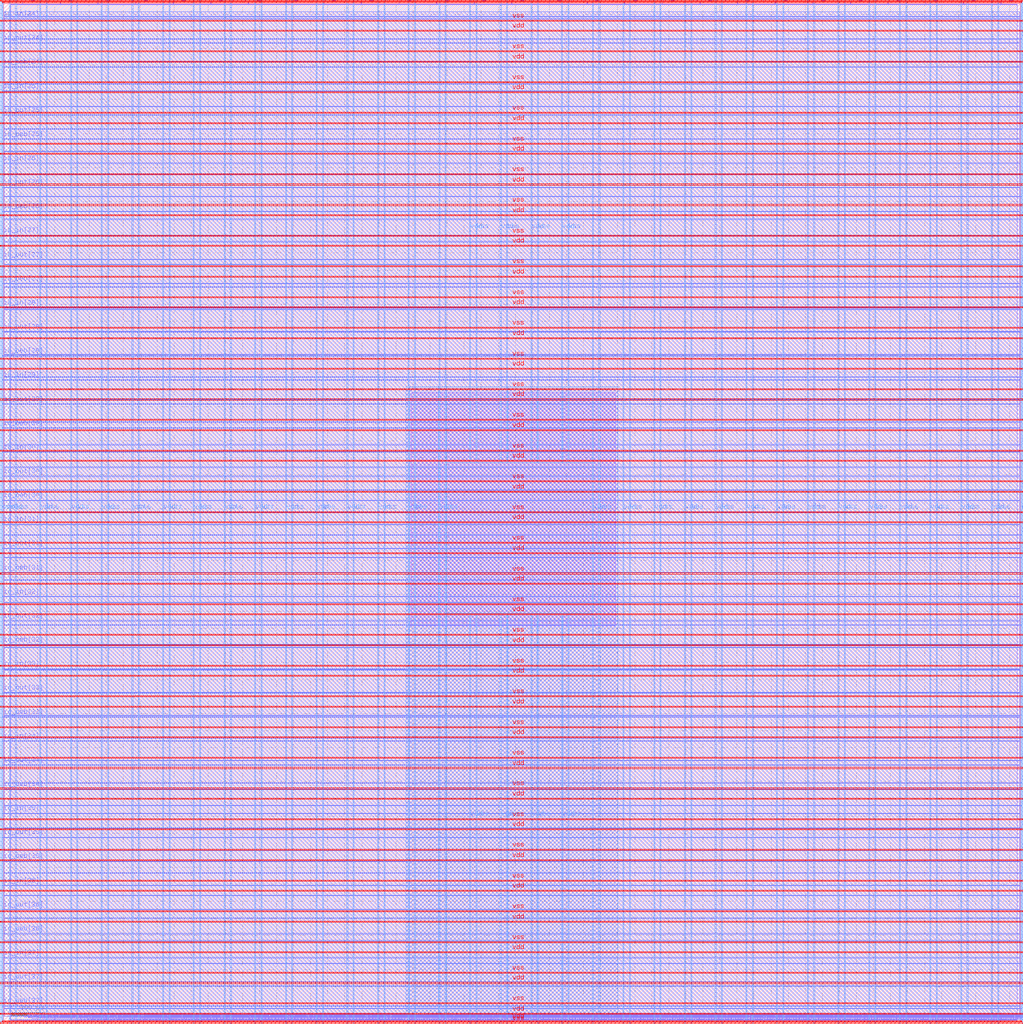
<source format=lef>
VERSION 5.7 ;
  NOWIREEXTENSIONATPIN ON ;
  DIVIDERCHAR "/" ;
  BUSBITCHARS "[]" ;
MACRO user_project_wrapper
  CLASS BLOCK ;
  FOREIGN user_project_wrapper ;
  ORIGIN 0.000 0.000 ;
  SIZE 2980.200 BY 2980.200 ;
  PIN io_in[0]
    DIRECTION INPUT ;
    USE SIGNAL ;
    PORT
      LAYER Metal3 ;
        RECT 2977.800 35.560 2985.000 36.680 ;
    END
  END io_in[0]
  PIN io_in[10]
    DIRECTION INPUT ;
    USE SIGNAL ;
    PORT
      LAYER Metal3 ;
        RECT 2977.800 2017.960 2985.000 2019.080 ;
    END
  END io_in[10]
  PIN io_in[11]
    DIRECTION INPUT ;
    USE SIGNAL ;
    PORT
      LAYER Metal3 ;
        RECT 2977.800 2216.200 2985.000 2217.320 ;
    END
  END io_in[11]
  PIN io_in[12]
    DIRECTION INPUT ;
    USE SIGNAL ;
    PORT
      LAYER Metal3 ;
        RECT 2977.800 2414.440 2985.000 2415.560 ;
    END
  END io_in[12]
  PIN io_in[13]
    DIRECTION INPUT ;
    USE SIGNAL ;
    PORT
      LAYER Metal3 ;
        RECT 2977.800 2612.680 2985.000 2613.800 ;
    END
  END io_in[13]
  PIN io_in[14]
    DIRECTION INPUT ;
    USE SIGNAL ;
    PORT
      LAYER Metal3 ;
        RECT 2977.800 2810.920 2985.000 2812.040 ;
    END
  END io_in[14]
  PIN io_in[15]
    DIRECTION INPUT ;
    USE SIGNAL ;
    PORT
      LAYER Metal2 ;
        RECT 2923.480 2977.800 2924.600 2985.000 ;
    END
  END io_in[15]
  PIN io_in[16]
    DIRECTION INPUT ;
    USE SIGNAL ;
    PORT
      LAYER Metal2 ;
        RECT 2592.520 2977.800 2593.640 2985.000 ;
    END
  END io_in[16]
  PIN io_in[17]
    DIRECTION INPUT ;
    USE SIGNAL ;
    PORT
      LAYER Metal2 ;
        RECT 2261.560 2977.800 2262.680 2985.000 ;
    END
  END io_in[17]
  PIN io_in[18]
    DIRECTION INPUT ;
    USE SIGNAL ;
    PORT
      LAYER Metal2 ;
        RECT 1930.600 2977.800 1931.720 2985.000 ;
    END
  END io_in[18]
  PIN io_in[19]
    DIRECTION INPUT ;
    USE SIGNAL ;
    PORT
      LAYER Metal2 ;
        RECT 1599.640 2977.800 1600.760 2985.000 ;
    END
  END io_in[19]
  PIN io_in[1]
    DIRECTION INPUT ;
    USE SIGNAL ;
    PORT
      LAYER Metal3 ;
        RECT 2977.800 233.800 2985.000 234.920 ;
    END
  END io_in[1]
  PIN io_in[20]
    DIRECTION INPUT ;
    USE SIGNAL ;
    PORT
      LAYER Metal2 ;
        RECT 1268.680 2977.800 1269.800 2985.000 ;
    END
  END io_in[20]
  PIN io_in[21]
    DIRECTION INPUT ;
    USE SIGNAL ;
    PORT
      LAYER Metal2 ;
        RECT 937.720 2977.800 938.840 2985.000 ;
    END
  END io_in[21]
  PIN io_in[22]
    DIRECTION INPUT ;
    USE SIGNAL ;
    PORT
      LAYER Metal2 ;
        RECT 606.760 2977.800 607.880 2985.000 ;
    END
  END io_in[22]
  PIN io_in[23]
    DIRECTION INPUT ;
    USE SIGNAL ;
    PORT
      LAYER Metal2 ;
        RECT 275.800 2977.800 276.920 2985.000 ;
    END
  END io_in[23]
  PIN io_in[24]
    DIRECTION INPUT ;
    USE SIGNAL ;
    PORT
      LAYER Metal3 ;
        RECT -4.800 2935.800 2.400 2936.920 ;
    END
  END io_in[24]
  PIN io_in[25]
    DIRECTION INPUT ;
    USE SIGNAL ;
    PORT
      LAYER Metal3 ;
        RECT -4.800 2724.120 2.400 2725.240 ;
    END
  END io_in[25]
  PIN io_in[26]
    DIRECTION INPUT ;
    USE SIGNAL ;
    PORT
      LAYER Metal3 ;
        RECT -4.800 2512.440 2.400 2513.560 ;
    END
  END io_in[26]
  PIN io_in[27]
    DIRECTION INPUT ;
    USE SIGNAL ;
    PORT
      LAYER Metal3 ;
        RECT -4.800 2300.760 2.400 2301.880 ;
    END
  END io_in[27]
  PIN io_in[28]
    DIRECTION INPUT ;
    USE SIGNAL ;
    PORT
      LAYER Metal3 ;
        RECT -4.800 2089.080 2.400 2090.200 ;
    END
  END io_in[28]
  PIN io_in[29]
    DIRECTION INPUT ;
    USE SIGNAL ;
    PORT
      LAYER Metal3 ;
        RECT -4.800 1877.400 2.400 1878.520 ;
    END
  END io_in[29]
  PIN io_in[2]
    DIRECTION INPUT ;
    USE SIGNAL ;
    PORT
      LAYER Metal3 ;
        RECT 2977.800 432.040 2985.000 433.160 ;
    END
  END io_in[2]
  PIN io_in[30]
    DIRECTION INPUT ;
    USE SIGNAL ;
    PORT
      LAYER Metal3 ;
        RECT -4.800 1665.720 2.400 1666.840 ;
    END
  END io_in[30]
  PIN io_in[31]
    DIRECTION INPUT ;
    USE SIGNAL ;
    PORT
      LAYER Metal3 ;
        RECT -4.800 1454.040 2.400 1455.160 ;
    END
  END io_in[31]
  PIN io_in[32]
    DIRECTION INPUT ;
    USE SIGNAL ;
    PORT
      LAYER Metal3 ;
        RECT -4.800 1242.360 2.400 1243.480 ;
    END
  END io_in[32]
  PIN io_in[33]
    DIRECTION INPUT ;
    USE SIGNAL ;
    PORT
      LAYER Metal3 ;
        RECT -4.800 1030.680 2.400 1031.800 ;
    END
  END io_in[33]
  PIN io_in[34]
    DIRECTION INPUT ;
    USE SIGNAL ;
    PORT
      LAYER Metal3 ;
        RECT -4.800 819.000 2.400 820.120 ;
    END
  END io_in[34]
  PIN io_in[35]
    DIRECTION INPUT ;
    USE SIGNAL ;
    PORT
      LAYER Metal3 ;
        RECT -4.800 607.320 2.400 608.440 ;
    END
  END io_in[35]
  PIN io_in[36]
    DIRECTION INPUT ;
    USE SIGNAL ;
    PORT
      LAYER Metal3 ;
        RECT -4.800 395.640 2.400 396.760 ;
    END
  END io_in[36]
  PIN io_in[37]
    DIRECTION INPUT ;
    USE SIGNAL ;
    PORT
      LAYER Metal3 ;
        RECT -4.800 183.960 2.400 185.080 ;
    END
  END io_in[37]
  PIN io_in[3]
    DIRECTION INPUT ;
    USE SIGNAL ;
    PORT
      LAYER Metal3 ;
        RECT 2977.800 630.280 2985.000 631.400 ;
    END
  END io_in[3]
  PIN io_in[4]
    DIRECTION INPUT ;
    USE SIGNAL ;
    PORT
      LAYER Metal3 ;
        RECT 2977.800 828.520 2985.000 829.640 ;
    END
  END io_in[4]
  PIN io_in[5]
    DIRECTION INPUT ;
    USE SIGNAL ;
    PORT
      LAYER Metal3 ;
        RECT 2977.800 1026.760 2985.000 1027.880 ;
    END
  END io_in[5]
  PIN io_in[6]
    DIRECTION INPUT ;
    USE SIGNAL ;
    PORT
      LAYER Metal3 ;
        RECT 2977.800 1225.000 2985.000 1226.120 ;
    END
  END io_in[6]
  PIN io_in[7]
    DIRECTION INPUT ;
    USE SIGNAL ;
    PORT
      LAYER Metal3 ;
        RECT 2977.800 1423.240 2985.000 1424.360 ;
    END
  END io_in[7]
  PIN io_in[8]
    DIRECTION INPUT ;
    USE SIGNAL ;
    PORT
      LAYER Metal3 ;
        RECT 2977.800 1621.480 2985.000 1622.600 ;
    END
  END io_in[8]
  PIN io_in[9]
    DIRECTION INPUT ;
    USE SIGNAL ;
    PORT
      LAYER Metal3 ;
        RECT 2977.800 1819.720 2985.000 1820.840 ;
    END
  END io_in[9]
  PIN io_oeb[0]
    DIRECTION OUTPUT TRISTATE ;
    USE SIGNAL ;
    PORT
      LAYER Metal3 ;
        RECT 2977.800 167.720 2985.000 168.840 ;
    END
  END io_oeb[0]
  PIN io_oeb[10]
    DIRECTION OUTPUT TRISTATE ;
    USE SIGNAL ;
    PORT
      LAYER Metal3 ;
        RECT 2977.800 2150.120 2985.000 2151.240 ;
    END
  END io_oeb[10]
  PIN io_oeb[11]
    DIRECTION OUTPUT TRISTATE ;
    USE SIGNAL ;
    PORT
      LAYER Metal3 ;
        RECT 2977.800 2348.360 2985.000 2349.480 ;
    END
  END io_oeb[11]
  PIN io_oeb[12]
    DIRECTION OUTPUT TRISTATE ;
    USE SIGNAL ;
    PORT
      LAYER Metal3 ;
        RECT 2977.800 2546.600 2985.000 2547.720 ;
    END
  END io_oeb[12]
  PIN io_oeb[13]
    DIRECTION OUTPUT TRISTATE ;
    USE SIGNAL ;
    PORT
      LAYER Metal3 ;
        RECT 2977.800 2744.840 2985.000 2745.960 ;
    END
  END io_oeb[13]
  PIN io_oeb[14]
    DIRECTION OUTPUT TRISTATE ;
    USE SIGNAL ;
    PORT
      LAYER Metal3 ;
        RECT 2977.800 2943.080 2985.000 2944.200 ;
    END
  END io_oeb[14]
  PIN io_oeb[15]
    DIRECTION OUTPUT TRISTATE ;
    USE SIGNAL ;
    PORT
      LAYER Metal2 ;
        RECT 2702.840 2977.800 2703.960 2985.000 ;
    END
  END io_oeb[15]
  PIN io_oeb[16]
    DIRECTION OUTPUT TRISTATE ;
    USE SIGNAL ;
    PORT
      LAYER Metal2 ;
        RECT 2371.880 2977.800 2373.000 2985.000 ;
    END
  END io_oeb[16]
  PIN io_oeb[17]
    DIRECTION OUTPUT TRISTATE ;
    USE SIGNAL ;
    PORT
      LAYER Metal2 ;
        RECT 2040.920 2977.800 2042.040 2985.000 ;
    END
  END io_oeb[17]
  PIN io_oeb[18]
    DIRECTION OUTPUT TRISTATE ;
    USE SIGNAL ;
    PORT
      LAYER Metal2 ;
        RECT 1709.960 2977.800 1711.080 2985.000 ;
    END
  END io_oeb[18]
  PIN io_oeb[19]
    DIRECTION OUTPUT TRISTATE ;
    USE SIGNAL ;
    PORT
      LAYER Metal2 ;
        RECT 1379.000 2977.800 1380.120 2985.000 ;
    END
  END io_oeb[19]
  PIN io_oeb[1]
    DIRECTION OUTPUT TRISTATE ;
    USE SIGNAL ;
    PORT
      LAYER Metal3 ;
        RECT 2977.800 365.960 2985.000 367.080 ;
    END
  END io_oeb[1]
  PIN io_oeb[20]
    DIRECTION OUTPUT TRISTATE ;
    USE SIGNAL ;
    PORT
      LAYER Metal2 ;
        RECT 1048.040 2977.800 1049.160 2985.000 ;
    END
  END io_oeb[20]
  PIN io_oeb[21]
    DIRECTION OUTPUT TRISTATE ;
    USE SIGNAL ;
    PORT
      LAYER Metal2 ;
        RECT 717.080 2977.800 718.200 2985.000 ;
    END
  END io_oeb[21]
  PIN io_oeb[22]
    DIRECTION OUTPUT TRISTATE ;
    USE SIGNAL ;
    PORT
      LAYER Metal2 ;
        RECT 386.120 2977.800 387.240 2985.000 ;
    END
  END io_oeb[22]
  PIN io_oeb[23]
    DIRECTION OUTPUT TRISTATE ;
    USE SIGNAL ;
    PORT
      LAYER Metal2 ;
        RECT 55.160 2977.800 56.280 2985.000 ;
    END
  END io_oeb[23]
  PIN io_oeb[24]
    DIRECTION OUTPUT TRISTATE ;
    USE SIGNAL ;
    PORT
      LAYER Metal3 ;
        RECT -4.800 2794.680 2.400 2795.800 ;
    END
  END io_oeb[24]
  PIN io_oeb[25]
    DIRECTION OUTPUT TRISTATE ;
    USE SIGNAL ;
    PORT
      LAYER Metal3 ;
        RECT -4.800 2583.000 2.400 2584.120 ;
    END
  END io_oeb[25]
  PIN io_oeb[26]
    DIRECTION OUTPUT TRISTATE ;
    USE SIGNAL ;
    PORT
      LAYER Metal3 ;
        RECT -4.800 2371.320 2.400 2372.440 ;
    END
  END io_oeb[26]
  PIN io_oeb[27]
    DIRECTION OUTPUT TRISTATE ;
    USE SIGNAL ;
    PORT
      LAYER Metal3 ;
        RECT -4.800 2159.640 2.400 2160.760 ;
    END
  END io_oeb[27]
  PIN io_oeb[28]
    DIRECTION OUTPUT TRISTATE ;
    USE SIGNAL ;
    PORT
      LAYER Metal3 ;
        RECT -4.800 1947.960 2.400 1949.080 ;
    END
  END io_oeb[28]
  PIN io_oeb[29]
    DIRECTION OUTPUT TRISTATE ;
    USE SIGNAL ;
    PORT
      LAYER Metal3 ;
        RECT -4.800 1736.280 2.400 1737.400 ;
    END
  END io_oeb[29]
  PIN io_oeb[2]
    DIRECTION OUTPUT TRISTATE ;
    USE SIGNAL ;
    PORT
      LAYER Metal3 ;
        RECT 2977.800 564.200 2985.000 565.320 ;
    END
  END io_oeb[2]
  PIN io_oeb[30]
    DIRECTION OUTPUT TRISTATE ;
    USE SIGNAL ;
    PORT
      LAYER Metal3 ;
        RECT -4.800 1524.600 2.400 1525.720 ;
    END
  END io_oeb[30]
  PIN io_oeb[31]
    DIRECTION OUTPUT TRISTATE ;
    USE SIGNAL ;
    PORT
      LAYER Metal3 ;
        RECT -4.800 1312.920 2.400 1314.040 ;
    END
  END io_oeb[31]
  PIN io_oeb[32]
    DIRECTION OUTPUT TRISTATE ;
    USE SIGNAL ;
    PORT
      LAYER Metal3 ;
        RECT -4.800 1101.240 2.400 1102.360 ;
    END
  END io_oeb[32]
  PIN io_oeb[33]
    DIRECTION OUTPUT TRISTATE ;
    USE SIGNAL ;
    PORT
      LAYER Metal3 ;
        RECT -4.800 889.560 2.400 890.680 ;
    END
  END io_oeb[33]
  PIN io_oeb[34]
    DIRECTION OUTPUT TRISTATE ;
    USE SIGNAL ;
    PORT
      LAYER Metal3 ;
        RECT -4.800 677.880 2.400 679.000 ;
    END
  END io_oeb[34]
  PIN io_oeb[35]
    DIRECTION OUTPUT TRISTATE ;
    USE SIGNAL ;
    PORT
      LAYER Metal3 ;
        RECT -4.800 466.200 2.400 467.320 ;
    END
  END io_oeb[35]
  PIN io_oeb[36]
    DIRECTION OUTPUT TRISTATE ;
    USE SIGNAL ;
    PORT
      LAYER Metal3 ;
        RECT -4.800 254.520 2.400 255.640 ;
    END
  END io_oeb[36]
  PIN io_oeb[37]
    DIRECTION OUTPUT TRISTATE ;
    USE SIGNAL ;
    PORT
      LAYER Metal3 ;
        RECT -4.800 42.840 2.400 43.960 ;
    END
  END io_oeb[37]
  PIN io_oeb[3]
    DIRECTION OUTPUT TRISTATE ;
    USE SIGNAL ;
    PORT
      LAYER Metal3 ;
        RECT 2977.800 762.440 2985.000 763.560 ;
    END
  END io_oeb[3]
  PIN io_oeb[4]
    DIRECTION OUTPUT TRISTATE ;
    USE SIGNAL ;
    PORT
      LAYER Metal3 ;
        RECT 2977.800 960.680 2985.000 961.800 ;
    END
  END io_oeb[4]
  PIN io_oeb[5]
    DIRECTION OUTPUT TRISTATE ;
    USE SIGNAL ;
    PORT
      LAYER Metal3 ;
        RECT 2977.800 1158.920 2985.000 1160.040 ;
    END
  END io_oeb[5]
  PIN io_oeb[6]
    DIRECTION OUTPUT TRISTATE ;
    USE SIGNAL ;
    PORT
      LAYER Metal3 ;
        RECT 2977.800 1357.160 2985.000 1358.280 ;
    END
  END io_oeb[6]
  PIN io_oeb[7]
    DIRECTION OUTPUT TRISTATE ;
    USE SIGNAL ;
    PORT
      LAYER Metal3 ;
        RECT 2977.800 1555.400 2985.000 1556.520 ;
    END
  END io_oeb[7]
  PIN io_oeb[8]
    DIRECTION OUTPUT TRISTATE ;
    USE SIGNAL ;
    PORT
      LAYER Metal3 ;
        RECT 2977.800 1753.640 2985.000 1754.760 ;
    END
  END io_oeb[8]
  PIN io_oeb[9]
    DIRECTION OUTPUT TRISTATE ;
    USE SIGNAL ;
    PORT
      LAYER Metal3 ;
        RECT 2977.800 1951.880 2985.000 1953.000 ;
    END
  END io_oeb[9]
  PIN io_out[0]
    DIRECTION OUTPUT TRISTATE ;
    USE SIGNAL ;
    PORT
      LAYER Metal3 ;
        RECT 2977.800 101.640 2985.000 102.760 ;
    END
  END io_out[0]
  PIN io_out[10]
    DIRECTION OUTPUT TRISTATE ;
    USE SIGNAL ;
    PORT
      LAYER Metal3 ;
        RECT 2977.800 2084.040 2985.000 2085.160 ;
    END
  END io_out[10]
  PIN io_out[11]
    DIRECTION OUTPUT TRISTATE ;
    USE SIGNAL ;
    PORT
      LAYER Metal3 ;
        RECT 2977.800 2282.280 2985.000 2283.400 ;
    END
  END io_out[11]
  PIN io_out[12]
    DIRECTION OUTPUT TRISTATE ;
    USE SIGNAL ;
    PORT
      LAYER Metal3 ;
        RECT 2977.800 2480.520 2985.000 2481.640 ;
    END
  END io_out[12]
  PIN io_out[13]
    DIRECTION OUTPUT TRISTATE ;
    USE SIGNAL ;
    PORT
      LAYER Metal3 ;
        RECT 2977.800 2678.760 2985.000 2679.880 ;
    END
  END io_out[13]
  PIN io_out[14]
    DIRECTION OUTPUT TRISTATE ;
    USE SIGNAL ;
    PORT
      LAYER Metal3 ;
        RECT 2977.800 2877.000 2985.000 2878.120 ;
    END
  END io_out[14]
  PIN io_out[15]
    DIRECTION OUTPUT TRISTATE ;
    USE SIGNAL ;
    PORT
      LAYER Metal2 ;
        RECT 2813.160 2977.800 2814.280 2985.000 ;
    END
  END io_out[15]
  PIN io_out[16]
    DIRECTION OUTPUT TRISTATE ;
    USE SIGNAL ;
    PORT
      LAYER Metal2 ;
        RECT 2482.200 2977.800 2483.320 2985.000 ;
    END
  END io_out[16]
  PIN io_out[17]
    DIRECTION OUTPUT TRISTATE ;
    USE SIGNAL ;
    PORT
      LAYER Metal2 ;
        RECT 2151.240 2977.800 2152.360 2985.000 ;
    END
  END io_out[17]
  PIN io_out[18]
    DIRECTION OUTPUT TRISTATE ;
    USE SIGNAL ;
    PORT
      LAYER Metal2 ;
        RECT 1820.280 2977.800 1821.400 2985.000 ;
    END
  END io_out[18]
  PIN io_out[19]
    DIRECTION OUTPUT TRISTATE ;
    USE SIGNAL ;
    PORT
      LAYER Metal2 ;
        RECT 1489.320 2977.800 1490.440 2985.000 ;
    END
  END io_out[19]
  PIN io_out[1]
    DIRECTION OUTPUT TRISTATE ;
    USE SIGNAL ;
    PORT
      LAYER Metal3 ;
        RECT 2977.800 299.880 2985.000 301.000 ;
    END
  END io_out[1]
  PIN io_out[20]
    DIRECTION OUTPUT TRISTATE ;
    USE SIGNAL ;
    PORT
      LAYER Metal2 ;
        RECT 1158.360 2977.800 1159.480 2985.000 ;
    END
  END io_out[20]
  PIN io_out[21]
    DIRECTION OUTPUT TRISTATE ;
    USE SIGNAL ;
    PORT
      LAYER Metal2 ;
        RECT 827.400 2977.800 828.520 2985.000 ;
    END
  END io_out[21]
  PIN io_out[22]
    DIRECTION OUTPUT TRISTATE ;
    USE SIGNAL ;
    PORT
      LAYER Metal2 ;
        RECT 496.440 2977.800 497.560 2985.000 ;
    END
  END io_out[22]
  PIN io_out[23]
    DIRECTION OUTPUT TRISTATE ;
    USE SIGNAL ;
    PORT
      LAYER Metal2 ;
        RECT 165.480 2977.800 166.600 2985.000 ;
    END
  END io_out[23]
  PIN io_out[24]
    DIRECTION OUTPUT TRISTATE ;
    USE SIGNAL ;
    PORT
      LAYER Metal3 ;
        RECT -4.800 2865.240 2.400 2866.360 ;
    END
  END io_out[24]
  PIN io_out[25]
    DIRECTION OUTPUT TRISTATE ;
    USE SIGNAL ;
    PORT
      LAYER Metal3 ;
        RECT -4.800 2653.560 2.400 2654.680 ;
    END
  END io_out[25]
  PIN io_out[26]
    DIRECTION OUTPUT TRISTATE ;
    USE SIGNAL ;
    PORT
      LAYER Metal3 ;
        RECT -4.800 2441.880 2.400 2443.000 ;
    END
  END io_out[26]
  PIN io_out[27]
    DIRECTION OUTPUT TRISTATE ;
    USE SIGNAL ;
    PORT
      LAYER Metal3 ;
        RECT -4.800 2230.200 2.400 2231.320 ;
    END
  END io_out[27]
  PIN io_out[28]
    DIRECTION OUTPUT TRISTATE ;
    USE SIGNAL ;
    PORT
      LAYER Metal3 ;
        RECT -4.800 2018.520 2.400 2019.640 ;
    END
  END io_out[28]
  PIN io_out[29]
    DIRECTION OUTPUT TRISTATE ;
    USE SIGNAL ;
    PORT
      LAYER Metal3 ;
        RECT -4.800 1806.840 2.400 1807.960 ;
    END
  END io_out[29]
  PIN io_out[2]
    DIRECTION OUTPUT TRISTATE ;
    USE SIGNAL ;
    PORT
      LAYER Metal3 ;
        RECT 2977.800 498.120 2985.000 499.240 ;
    END
  END io_out[2]
  PIN io_out[30]
    DIRECTION OUTPUT TRISTATE ;
    USE SIGNAL ;
    PORT
      LAYER Metal3 ;
        RECT -4.800 1595.160 2.400 1596.280 ;
    END
  END io_out[30]
  PIN io_out[31]
    DIRECTION OUTPUT TRISTATE ;
    USE SIGNAL ;
    PORT
      LAYER Metal3 ;
        RECT -4.800 1383.480 2.400 1384.600 ;
    END
  END io_out[31]
  PIN io_out[32]
    DIRECTION OUTPUT TRISTATE ;
    USE SIGNAL ;
    PORT
      LAYER Metal3 ;
        RECT -4.800 1171.800 2.400 1172.920 ;
    END
  END io_out[32]
  PIN io_out[33]
    DIRECTION OUTPUT TRISTATE ;
    USE SIGNAL ;
    PORT
      LAYER Metal3 ;
        RECT -4.800 960.120 2.400 961.240 ;
    END
  END io_out[33]
  PIN io_out[34]
    DIRECTION OUTPUT TRISTATE ;
    USE SIGNAL ;
    PORT
      LAYER Metal3 ;
        RECT -4.800 748.440 2.400 749.560 ;
    END
  END io_out[34]
  PIN io_out[35]
    DIRECTION OUTPUT TRISTATE ;
    USE SIGNAL ;
    PORT
      LAYER Metal3 ;
        RECT -4.800 536.760 2.400 537.880 ;
    END
  END io_out[35]
  PIN io_out[36]
    DIRECTION OUTPUT TRISTATE ;
    USE SIGNAL ;
    PORT
      LAYER Metal3 ;
        RECT -4.800 325.080 2.400 326.200 ;
    END
  END io_out[36]
  PIN io_out[37]
    DIRECTION OUTPUT TRISTATE ;
    USE SIGNAL ;
    PORT
      LAYER Metal3 ;
        RECT -4.800 113.400 2.400 114.520 ;
    END
  END io_out[37]
  PIN io_out[3]
    DIRECTION OUTPUT TRISTATE ;
    USE SIGNAL ;
    PORT
      LAYER Metal3 ;
        RECT 2977.800 696.360 2985.000 697.480 ;
    END
  END io_out[3]
  PIN io_out[4]
    DIRECTION OUTPUT TRISTATE ;
    USE SIGNAL ;
    PORT
      LAYER Metal3 ;
        RECT 2977.800 894.600 2985.000 895.720 ;
    END
  END io_out[4]
  PIN io_out[5]
    DIRECTION OUTPUT TRISTATE ;
    USE SIGNAL ;
    PORT
      LAYER Metal3 ;
        RECT 2977.800 1092.840 2985.000 1093.960 ;
    END
  END io_out[5]
  PIN io_out[6]
    DIRECTION OUTPUT TRISTATE ;
    USE SIGNAL ;
    PORT
      LAYER Metal3 ;
        RECT 2977.800 1291.080 2985.000 1292.200 ;
    END
  END io_out[6]
  PIN io_out[7]
    DIRECTION OUTPUT TRISTATE ;
    USE SIGNAL ;
    PORT
      LAYER Metal3 ;
        RECT 2977.800 1489.320 2985.000 1490.440 ;
    END
  END io_out[7]
  PIN io_out[8]
    DIRECTION OUTPUT TRISTATE ;
    USE SIGNAL ;
    PORT
      LAYER Metal3 ;
        RECT 2977.800 1687.560 2985.000 1688.680 ;
    END
  END io_out[8]
  PIN io_out[9]
    DIRECTION OUTPUT TRISTATE ;
    USE SIGNAL ;
    PORT
      LAYER Metal3 ;
        RECT 2977.800 1885.800 2985.000 1886.920 ;
    END
  END io_out[9]
  PIN la_data_in[0]
    DIRECTION INPUT ;
    USE SIGNAL ;
    PORT
      LAYER Metal2 ;
        RECT 1065.960 -4.800 1067.080 2.400 ;
    END
  END la_data_in[0]
  PIN la_data_in[10]
    DIRECTION INPUT ;
    USE SIGNAL ;
    PORT
      LAYER Metal2 ;
        RECT 1351.560 -4.800 1352.680 2.400 ;
    END
  END la_data_in[10]
  PIN la_data_in[11]
    DIRECTION INPUT ;
    USE SIGNAL ;
    PORT
      LAYER Metal2 ;
        RECT 1380.120 -4.800 1381.240 2.400 ;
    END
  END la_data_in[11]
  PIN la_data_in[12]
    DIRECTION INPUT ;
    USE SIGNAL ;
    PORT
      LAYER Metal2 ;
        RECT 1408.680 -4.800 1409.800 2.400 ;
    END
  END la_data_in[12]
  PIN la_data_in[13]
    DIRECTION INPUT ;
    USE SIGNAL ;
    PORT
      LAYER Metal2 ;
        RECT 1437.240 -4.800 1438.360 2.400 ;
    END
  END la_data_in[13]
  PIN la_data_in[14]
    DIRECTION INPUT ;
    USE SIGNAL ;
    PORT
      LAYER Metal2 ;
        RECT 1465.800 -4.800 1466.920 2.400 ;
    END
  END la_data_in[14]
  PIN la_data_in[15]
    DIRECTION INPUT ;
    USE SIGNAL ;
    PORT
      LAYER Metal2 ;
        RECT 1494.360 -4.800 1495.480 2.400 ;
    END
  END la_data_in[15]
  PIN la_data_in[16]
    DIRECTION INPUT ;
    USE SIGNAL ;
    PORT
      LAYER Metal2 ;
        RECT 1522.920 -4.800 1524.040 2.400 ;
    END
  END la_data_in[16]
  PIN la_data_in[17]
    DIRECTION INPUT ;
    USE SIGNAL ;
    PORT
      LAYER Metal2 ;
        RECT 1551.480 -4.800 1552.600 2.400 ;
    END
  END la_data_in[17]
  PIN la_data_in[18]
    DIRECTION INPUT ;
    USE SIGNAL ;
    PORT
      LAYER Metal2 ;
        RECT 1580.040 -4.800 1581.160 2.400 ;
    END
  END la_data_in[18]
  PIN la_data_in[19]
    DIRECTION INPUT ;
    USE SIGNAL ;
    PORT
      LAYER Metal2 ;
        RECT 1608.600 -4.800 1609.720 2.400 ;
    END
  END la_data_in[19]
  PIN la_data_in[1]
    DIRECTION INPUT ;
    USE SIGNAL ;
    PORT
      LAYER Metal2 ;
        RECT 1094.520 -4.800 1095.640 2.400 ;
    END
  END la_data_in[1]
  PIN la_data_in[20]
    DIRECTION INPUT ;
    USE SIGNAL ;
    PORT
      LAYER Metal2 ;
        RECT 1637.160 -4.800 1638.280 2.400 ;
    END
  END la_data_in[20]
  PIN la_data_in[21]
    DIRECTION INPUT ;
    USE SIGNAL ;
    PORT
      LAYER Metal2 ;
        RECT 1665.720 -4.800 1666.840 2.400 ;
    END
  END la_data_in[21]
  PIN la_data_in[22]
    DIRECTION INPUT ;
    USE SIGNAL ;
    PORT
      LAYER Metal2 ;
        RECT 1694.280 -4.800 1695.400 2.400 ;
    END
  END la_data_in[22]
  PIN la_data_in[23]
    DIRECTION INPUT ;
    USE SIGNAL ;
    PORT
      LAYER Metal2 ;
        RECT 1722.840 -4.800 1723.960 2.400 ;
    END
  END la_data_in[23]
  PIN la_data_in[24]
    DIRECTION INPUT ;
    USE SIGNAL ;
    PORT
      LAYER Metal2 ;
        RECT 1751.400 -4.800 1752.520 2.400 ;
    END
  END la_data_in[24]
  PIN la_data_in[25]
    DIRECTION INPUT ;
    USE SIGNAL ;
    PORT
      LAYER Metal2 ;
        RECT 1779.960 -4.800 1781.080 2.400 ;
    END
  END la_data_in[25]
  PIN la_data_in[26]
    DIRECTION INPUT ;
    USE SIGNAL ;
    PORT
      LAYER Metal2 ;
        RECT 1808.520 -4.800 1809.640 2.400 ;
    END
  END la_data_in[26]
  PIN la_data_in[27]
    DIRECTION INPUT ;
    USE SIGNAL ;
    PORT
      LAYER Metal2 ;
        RECT 1837.080 -4.800 1838.200 2.400 ;
    END
  END la_data_in[27]
  PIN la_data_in[28]
    DIRECTION INPUT ;
    USE SIGNAL ;
    PORT
      LAYER Metal2 ;
        RECT 1865.640 -4.800 1866.760 2.400 ;
    END
  END la_data_in[28]
  PIN la_data_in[29]
    DIRECTION INPUT ;
    USE SIGNAL ;
    PORT
      LAYER Metal2 ;
        RECT 1894.200 -4.800 1895.320 2.400 ;
    END
  END la_data_in[29]
  PIN la_data_in[2]
    DIRECTION INPUT ;
    USE SIGNAL ;
    PORT
      LAYER Metal2 ;
        RECT 1123.080 -4.800 1124.200 2.400 ;
    END
  END la_data_in[2]
  PIN la_data_in[30]
    DIRECTION INPUT ;
    USE SIGNAL ;
    PORT
      LAYER Metal2 ;
        RECT 1922.760 -4.800 1923.880 2.400 ;
    END
  END la_data_in[30]
  PIN la_data_in[31]
    DIRECTION INPUT ;
    USE SIGNAL ;
    PORT
      LAYER Metal2 ;
        RECT 1951.320 -4.800 1952.440 2.400 ;
    END
  END la_data_in[31]
  PIN la_data_in[32]
    DIRECTION INPUT ;
    USE SIGNAL ;
    PORT
      LAYER Metal2 ;
        RECT 1979.880 -4.800 1981.000 2.400 ;
    END
  END la_data_in[32]
  PIN la_data_in[33]
    DIRECTION INPUT ;
    USE SIGNAL ;
    PORT
      LAYER Metal2 ;
        RECT 2008.440 -4.800 2009.560 2.400 ;
    END
  END la_data_in[33]
  PIN la_data_in[34]
    DIRECTION INPUT ;
    USE SIGNAL ;
    PORT
      LAYER Metal2 ;
        RECT 2037.000 -4.800 2038.120 2.400 ;
    END
  END la_data_in[34]
  PIN la_data_in[35]
    DIRECTION INPUT ;
    USE SIGNAL ;
    PORT
      LAYER Metal2 ;
        RECT 2065.560 -4.800 2066.680 2.400 ;
    END
  END la_data_in[35]
  PIN la_data_in[36]
    DIRECTION INPUT ;
    USE SIGNAL ;
    PORT
      LAYER Metal2 ;
        RECT 2094.120 -4.800 2095.240 2.400 ;
    END
  END la_data_in[36]
  PIN la_data_in[37]
    DIRECTION INPUT ;
    USE SIGNAL ;
    PORT
      LAYER Metal2 ;
        RECT 2122.680 -4.800 2123.800 2.400 ;
    END
  END la_data_in[37]
  PIN la_data_in[38]
    DIRECTION INPUT ;
    USE SIGNAL ;
    PORT
      LAYER Metal2 ;
        RECT 2151.240 -4.800 2152.360 2.400 ;
    END
  END la_data_in[38]
  PIN la_data_in[39]
    DIRECTION INPUT ;
    USE SIGNAL ;
    PORT
      LAYER Metal2 ;
        RECT 2179.800 -4.800 2180.920 2.400 ;
    END
  END la_data_in[39]
  PIN la_data_in[3]
    DIRECTION INPUT ;
    USE SIGNAL ;
    PORT
      LAYER Metal2 ;
        RECT 1151.640 -4.800 1152.760 2.400 ;
    END
  END la_data_in[3]
  PIN la_data_in[40]
    DIRECTION INPUT ;
    USE SIGNAL ;
    PORT
      LAYER Metal2 ;
        RECT 2208.360 -4.800 2209.480 2.400 ;
    END
  END la_data_in[40]
  PIN la_data_in[41]
    DIRECTION INPUT ;
    USE SIGNAL ;
    PORT
      LAYER Metal2 ;
        RECT 2236.920 -4.800 2238.040 2.400 ;
    END
  END la_data_in[41]
  PIN la_data_in[42]
    DIRECTION INPUT ;
    USE SIGNAL ;
    PORT
      LAYER Metal2 ;
        RECT 2265.480 -4.800 2266.600 2.400 ;
    END
  END la_data_in[42]
  PIN la_data_in[43]
    DIRECTION INPUT ;
    USE SIGNAL ;
    PORT
      LAYER Metal2 ;
        RECT 2294.040 -4.800 2295.160 2.400 ;
    END
  END la_data_in[43]
  PIN la_data_in[44]
    DIRECTION INPUT ;
    USE SIGNAL ;
    PORT
      LAYER Metal2 ;
        RECT 2322.600 -4.800 2323.720 2.400 ;
    END
  END la_data_in[44]
  PIN la_data_in[45]
    DIRECTION INPUT ;
    USE SIGNAL ;
    PORT
      LAYER Metal2 ;
        RECT 2351.160 -4.800 2352.280 2.400 ;
    END
  END la_data_in[45]
  PIN la_data_in[46]
    DIRECTION INPUT ;
    USE SIGNAL ;
    PORT
      LAYER Metal2 ;
        RECT 2379.720 -4.800 2380.840 2.400 ;
    END
  END la_data_in[46]
  PIN la_data_in[47]
    DIRECTION INPUT ;
    USE SIGNAL ;
    PORT
      LAYER Metal2 ;
        RECT 2408.280 -4.800 2409.400 2.400 ;
    END
  END la_data_in[47]
  PIN la_data_in[48]
    DIRECTION INPUT ;
    USE SIGNAL ;
    PORT
      LAYER Metal2 ;
        RECT 2436.840 -4.800 2437.960 2.400 ;
    END
  END la_data_in[48]
  PIN la_data_in[49]
    DIRECTION INPUT ;
    USE SIGNAL ;
    PORT
      LAYER Metal2 ;
        RECT 2465.400 -4.800 2466.520 2.400 ;
    END
  END la_data_in[49]
  PIN la_data_in[4]
    DIRECTION INPUT ;
    USE SIGNAL ;
    PORT
      LAYER Metal2 ;
        RECT 1180.200 -4.800 1181.320 2.400 ;
    END
  END la_data_in[4]
  PIN la_data_in[50]
    DIRECTION INPUT ;
    USE SIGNAL ;
    PORT
      LAYER Metal2 ;
        RECT 2493.960 -4.800 2495.080 2.400 ;
    END
  END la_data_in[50]
  PIN la_data_in[51]
    DIRECTION INPUT ;
    USE SIGNAL ;
    PORT
      LAYER Metal2 ;
        RECT 2522.520 -4.800 2523.640 2.400 ;
    END
  END la_data_in[51]
  PIN la_data_in[52]
    DIRECTION INPUT ;
    USE SIGNAL ;
    PORT
      LAYER Metal2 ;
        RECT 2551.080 -4.800 2552.200 2.400 ;
    END
  END la_data_in[52]
  PIN la_data_in[53]
    DIRECTION INPUT ;
    USE SIGNAL ;
    PORT
      LAYER Metal2 ;
        RECT 2579.640 -4.800 2580.760 2.400 ;
    END
  END la_data_in[53]
  PIN la_data_in[54]
    DIRECTION INPUT ;
    USE SIGNAL ;
    PORT
      LAYER Metal2 ;
        RECT 2608.200 -4.800 2609.320 2.400 ;
    END
  END la_data_in[54]
  PIN la_data_in[55]
    DIRECTION INPUT ;
    USE SIGNAL ;
    PORT
      LAYER Metal2 ;
        RECT 2636.760 -4.800 2637.880 2.400 ;
    END
  END la_data_in[55]
  PIN la_data_in[56]
    DIRECTION INPUT ;
    USE SIGNAL ;
    PORT
      LAYER Metal2 ;
        RECT 2665.320 -4.800 2666.440 2.400 ;
    END
  END la_data_in[56]
  PIN la_data_in[57]
    DIRECTION INPUT ;
    USE SIGNAL ;
    PORT
      LAYER Metal2 ;
        RECT 2693.880 -4.800 2695.000 2.400 ;
    END
  END la_data_in[57]
  PIN la_data_in[58]
    DIRECTION INPUT ;
    USE SIGNAL ;
    PORT
      LAYER Metal2 ;
        RECT 2722.440 -4.800 2723.560 2.400 ;
    END
  END la_data_in[58]
  PIN la_data_in[59]
    DIRECTION INPUT ;
    USE SIGNAL ;
    PORT
      LAYER Metal2 ;
        RECT 2751.000 -4.800 2752.120 2.400 ;
    END
  END la_data_in[59]
  PIN la_data_in[5]
    DIRECTION INPUT ;
    USE SIGNAL ;
    PORT
      LAYER Metal2 ;
        RECT 1208.760 -4.800 1209.880 2.400 ;
    END
  END la_data_in[5]
  PIN la_data_in[60]
    DIRECTION INPUT ;
    USE SIGNAL ;
    PORT
      LAYER Metal2 ;
        RECT 2779.560 -4.800 2780.680 2.400 ;
    END
  END la_data_in[60]
  PIN la_data_in[61]
    DIRECTION INPUT ;
    USE SIGNAL ;
    PORT
      LAYER Metal2 ;
        RECT 2808.120 -4.800 2809.240 2.400 ;
    END
  END la_data_in[61]
  PIN la_data_in[62]
    DIRECTION INPUT ;
    USE SIGNAL ;
    PORT
      LAYER Metal2 ;
        RECT 2836.680 -4.800 2837.800 2.400 ;
    END
  END la_data_in[62]
  PIN la_data_in[63]
    DIRECTION INPUT ;
    USE SIGNAL ;
    PORT
      LAYER Metal2 ;
        RECT 2865.240 -4.800 2866.360 2.400 ;
    END
  END la_data_in[63]
  PIN la_data_in[6]
    DIRECTION INPUT ;
    USE SIGNAL ;
    PORT
      LAYER Metal2 ;
        RECT 1237.320 -4.800 1238.440 2.400 ;
    END
  END la_data_in[6]
  PIN la_data_in[7]
    DIRECTION INPUT ;
    USE SIGNAL ;
    PORT
      LAYER Metal2 ;
        RECT 1265.880 -4.800 1267.000 2.400 ;
    END
  END la_data_in[7]
  PIN la_data_in[8]
    DIRECTION INPUT ;
    USE SIGNAL ;
    PORT
      LAYER Metal2 ;
        RECT 1294.440 -4.800 1295.560 2.400 ;
    END
  END la_data_in[8]
  PIN la_data_in[9]
    DIRECTION INPUT ;
    USE SIGNAL ;
    PORT
      LAYER Metal2 ;
        RECT 1323.000 -4.800 1324.120 2.400 ;
    END
  END la_data_in[9]
  PIN la_data_out[0]
    DIRECTION OUTPUT TRISTATE ;
    USE SIGNAL ;
    PORT
      LAYER Metal2 ;
        RECT 1075.480 -4.800 1076.600 2.400 ;
    END
  END la_data_out[0]
  PIN la_data_out[10]
    DIRECTION OUTPUT TRISTATE ;
    USE SIGNAL ;
    PORT
      LAYER Metal2 ;
        RECT 1361.080 -4.800 1362.200 2.400 ;
    END
  END la_data_out[10]
  PIN la_data_out[11]
    DIRECTION OUTPUT TRISTATE ;
    USE SIGNAL ;
    PORT
      LAYER Metal2 ;
        RECT 1389.640 -4.800 1390.760 2.400 ;
    END
  END la_data_out[11]
  PIN la_data_out[12]
    DIRECTION OUTPUT TRISTATE ;
    USE SIGNAL ;
    PORT
      LAYER Metal2 ;
        RECT 1418.200 -4.800 1419.320 2.400 ;
    END
  END la_data_out[12]
  PIN la_data_out[13]
    DIRECTION OUTPUT TRISTATE ;
    USE SIGNAL ;
    PORT
      LAYER Metal2 ;
        RECT 1446.760 -4.800 1447.880 2.400 ;
    END
  END la_data_out[13]
  PIN la_data_out[14]
    DIRECTION OUTPUT TRISTATE ;
    USE SIGNAL ;
    PORT
      LAYER Metal2 ;
        RECT 1475.320 -4.800 1476.440 2.400 ;
    END
  END la_data_out[14]
  PIN la_data_out[15]
    DIRECTION OUTPUT TRISTATE ;
    USE SIGNAL ;
    PORT
      LAYER Metal2 ;
        RECT 1503.880 -4.800 1505.000 2.400 ;
    END
  END la_data_out[15]
  PIN la_data_out[16]
    DIRECTION OUTPUT TRISTATE ;
    USE SIGNAL ;
    PORT
      LAYER Metal2 ;
        RECT 1532.440 -4.800 1533.560 2.400 ;
    END
  END la_data_out[16]
  PIN la_data_out[17]
    DIRECTION OUTPUT TRISTATE ;
    USE SIGNAL ;
    PORT
      LAYER Metal2 ;
        RECT 1561.000 -4.800 1562.120 2.400 ;
    END
  END la_data_out[17]
  PIN la_data_out[18]
    DIRECTION OUTPUT TRISTATE ;
    USE SIGNAL ;
    PORT
      LAYER Metal2 ;
        RECT 1589.560 -4.800 1590.680 2.400 ;
    END
  END la_data_out[18]
  PIN la_data_out[19]
    DIRECTION OUTPUT TRISTATE ;
    USE SIGNAL ;
    PORT
      LAYER Metal2 ;
        RECT 1618.120 -4.800 1619.240 2.400 ;
    END
  END la_data_out[19]
  PIN la_data_out[1]
    DIRECTION OUTPUT TRISTATE ;
    USE SIGNAL ;
    PORT
      LAYER Metal2 ;
        RECT 1104.040 -4.800 1105.160 2.400 ;
    END
  END la_data_out[1]
  PIN la_data_out[20]
    DIRECTION OUTPUT TRISTATE ;
    USE SIGNAL ;
    PORT
      LAYER Metal2 ;
        RECT 1646.680 -4.800 1647.800 2.400 ;
    END
  END la_data_out[20]
  PIN la_data_out[21]
    DIRECTION OUTPUT TRISTATE ;
    USE SIGNAL ;
    PORT
      LAYER Metal2 ;
        RECT 1675.240 -4.800 1676.360 2.400 ;
    END
  END la_data_out[21]
  PIN la_data_out[22]
    DIRECTION OUTPUT TRISTATE ;
    USE SIGNAL ;
    PORT
      LAYER Metal2 ;
        RECT 1703.800 -4.800 1704.920 2.400 ;
    END
  END la_data_out[22]
  PIN la_data_out[23]
    DIRECTION OUTPUT TRISTATE ;
    USE SIGNAL ;
    PORT
      LAYER Metal2 ;
        RECT 1732.360 -4.800 1733.480 2.400 ;
    END
  END la_data_out[23]
  PIN la_data_out[24]
    DIRECTION OUTPUT TRISTATE ;
    USE SIGNAL ;
    PORT
      LAYER Metal2 ;
        RECT 1760.920 -4.800 1762.040 2.400 ;
    END
  END la_data_out[24]
  PIN la_data_out[25]
    DIRECTION OUTPUT TRISTATE ;
    USE SIGNAL ;
    PORT
      LAYER Metal2 ;
        RECT 1789.480 -4.800 1790.600 2.400 ;
    END
  END la_data_out[25]
  PIN la_data_out[26]
    DIRECTION OUTPUT TRISTATE ;
    USE SIGNAL ;
    PORT
      LAYER Metal2 ;
        RECT 1818.040 -4.800 1819.160 2.400 ;
    END
  END la_data_out[26]
  PIN la_data_out[27]
    DIRECTION OUTPUT TRISTATE ;
    USE SIGNAL ;
    PORT
      LAYER Metal2 ;
        RECT 1846.600 -4.800 1847.720 2.400 ;
    END
  END la_data_out[27]
  PIN la_data_out[28]
    DIRECTION OUTPUT TRISTATE ;
    USE SIGNAL ;
    PORT
      LAYER Metal2 ;
        RECT 1875.160 -4.800 1876.280 2.400 ;
    END
  END la_data_out[28]
  PIN la_data_out[29]
    DIRECTION OUTPUT TRISTATE ;
    USE SIGNAL ;
    PORT
      LAYER Metal2 ;
        RECT 1903.720 -4.800 1904.840 2.400 ;
    END
  END la_data_out[29]
  PIN la_data_out[2]
    DIRECTION OUTPUT TRISTATE ;
    USE SIGNAL ;
    PORT
      LAYER Metal2 ;
        RECT 1132.600 -4.800 1133.720 2.400 ;
    END
  END la_data_out[2]
  PIN la_data_out[30]
    DIRECTION OUTPUT TRISTATE ;
    USE SIGNAL ;
    PORT
      LAYER Metal2 ;
        RECT 1932.280 -4.800 1933.400 2.400 ;
    END
  END la_data_out[30]
  PIN la_data_out[31]
    DIRECTION OUTPUT TRISTATE ;
    USE SIGNAL ;
    PORT
      LAYER Metal2 ;
        RECT 1960.840 -4.800 1961.960 2.400 ;
    END
  END la_data_out[31]
  PIN la_data_out[32]
    DIRECTION OUTPUT TRISTATE ;
    USE SIGNAL ;
    PORT
      LAYER Metal2 ;
        RECT 1989.400 -4.800 1990.520 2.400 ;
    END
  END la_data_out[32]
  PIN la_data_out[33]
    DIRECTION OUTPUT TRISTATE ;
    USE SIGNAL ;
    PORT
      LAYER Metal2 ;
        RECT 2017.960 -4.800 2019.080 2.400 ;
    END
  END la_data_out[33]
  PIN la_data_out[34]
    DIRECTION OUTPUT TRISTATE ;
    USE SIGNAL ;
    PORT
      LAYER Metal2 ;
        RECT 2046.520 -4.800 2047.640 2.400 ;
    END
  END la_data_out[34]
  PIN la_data_out[35]
    DIRECTION OUTPUT TRISTATE ;
    USE SIGNAL ;
    PORT
      LAYER Metal2 ;
        RECT 2075.080 -4.800 2076.200 2.400 ;
    END
  END la_data_out[35]
  PIN la_data_out[36]
    DIRECTION OUTPUT TRISTATE ;
    USE SIGNAL ;
    PORT
      LAYER Metal2 ;
        RECT 2103.640 -4.800 2104.760 2.400 ;
    END
  END la_data_out[36]
  PIN la_data_out[37]
    DIRECTION OUTPUT TRISTATE ;
    USE SIGNAL ;
    PORT
      LAYER Metal2 ;
        RECT 2132.200 -4.800 2133.320 2.400 ;
    END
  END la_data_out[37]
  PIN la_data_out[38]
    DIRECTION OUTPUT TRISTATE ;
    USE SIGNAL ;
    PORT
      LAYER Metal2 ;
        RECT 2160.760 -4.800 2161.880 2.400 ;
    END
  END la_data_out[38]
  PIN la_data_out[39]
    DIRECTION OUTPUT TRISTATE ;
    USE SIGNAL ;
    PORT
      LAYER Metal2 ;
        RECT 2189.320 -4.800 2190.440 2.400 ;
    END
  END la_data_out[39]
  PIN la_data_out[3]
    DIRECTION OUTPUT TRISTATE ;
    USE SIGNAL ;
    PORT
      LAYER Metal2 ;
        RECT 1161.160 -4.800 1162.280 2.400 ;
    END
  END la_data_out[3]
  PIN la_data_out[40]
    DIRECTION OUTPUT TRISTATE ;
    USE SIGNAL ;
    PORT
      LAYER Metal2 ;
        RECT 2217.880 -4.800 2219.000 2.400 ;
    END
  END la_data_out[40]
  PIN la_data_out[41]
    DIRECTION OUTPUT TRISTATE ;
    USE SIGNAL ;
    PORT
      LAYER Metal2 ;
        RECT 2246.440 -4.800 2247.560 2.400 ;
    END
  END la_data_out[41]
  PIN la_data_out[42]
    DIRECTION OUTPUT TRISTATE ;
    USE SIGNAL ;
    PORT
      LAYER Metal2 ;
        RECT 2275.000 -4.800 2276.120 2.400 ;
    END
  END la_data_out[42]
  PIN la_data_out[43]
    DIRECTION OUTPUT TRISTATE ;
    USE SIGNAL ;
    PORT
      LAYER Metal2 ;
        RECT 2303.560 -4.800 2304.680 2.400 ;
    END
  END la_data_out[43]
  PIN la_data_out[44]
    DIRECTION OUTPUT TRISTATE ;
    USE SIGNAL ;
    PORT
      LAYER Metal2 ;
        RECT 2332.120 -4.800 2333.240 2.400 ;
    END
  END la_data_out[44]
  PIN la_data_out[45]
    DIRECTION OUTPUT TRISTATE ;
    USE SIGNAL ;
    PORT
      LAYER Metal2 ;
        RECT 2360.680 -4.800 2361.800 2.400 ;
    END
  END la_data_out[45]
  PIN la_data_out[46]
    DIRECTION OUTPUT TRISTATE ;
    USE SIGNAL ;
    PORT
      LAYER Metal2 ;
        RECT 2389.240 -4.800 2390.360 2.400 ;
    END
  END la_data_out[46]
  PIN la_data_out[47]
    DIRECTION OUTPUT TRISTATE ;
    USE SIGNAL ;
    PORT
      LAYER Metal2 ;
        RECT 2417.800 -4.800 2418.920 2.400 ;
    END
  END la_data_out[47]
  PIN la_data_out[48]
    DIRECTION OUTPUT TRISTATE ;
    USE SIGNAL ;
    PORT
      LAYER Metal2 ;
        RECT 2446.360 -4.800 2447.480 2.400 ;
    END
  END la_data_out[48]
  PIN la_data_out[49]
    DIRECTION OUTPUT TRISTATE ;
    USE SIGNAL ;
    PORT
      LAYER Metal2 ;
        RECT 2474.920 -4.800 2476.040 2.400 ;
    END
  END la_data_out[49]
  PIN la_data_out[4]
    DIRECTION OUTPUT TRISTATE ;
    USE SIGNAL ;
    PORT
      LAYER Metal2 ;
        RECT 1189.720 -4.800 1190.840 2.400 ;
    END
  END la_data_out[4]
  PIN la_data_out[50]
    DIRECTION OUTPUT TRISTATE ;
    USE SIGNAL ;
    PORT
      LAYER Metal2 ;
        RECT 2503.480 -4.800 2504.600 2.400 ;
    END
  END la_data_out[50]
  PIN la_data_out[51]
    DIRECTION OUTPUT TRISTATE ;
    USE SIGNAL ;
    PORT
      LAYER Metal2 ;
        RECT 2532.040 -4.800 2533.160 2.400 ;
    END
  END la_data_out[51]
  PIN la_data_out[52]
    DIRECTION OUTPUT TRISTATE ;
    USE SIGNAL ;
    PORT
      LAYER Metal2 ;
        RECT 2560.600 -4.800 2561.720 2.400 ;
    END
  END la_data_out[52]
  PIN la_data_out[53]
    DIRECTION OUTPUT TRISTATE ;
    USE SIGNAL ;
    PORT
      LAYER Metal2 ;
        RECT 2589.160 -4.800 2590.280 2.400 ;
    END
  END la_data_out[53]
  PIN la_data_out[54]
    DIRECTION OUTPUT TRISTATE ;
    USE SIGNAL ;
    PORT
      LAYER Metal2 ;
        RECT 2617.720 -4.800 2618.840 2.400 ;
    END
  END la_data_out[54]
  PIN la_data_out[55]
    DIRECTION OUTPUT TRISTATE ;
    USE SIGNAL ;
    PORT
      LAYER Metal2 ;
        RECT 2646.280 -4.800 2647.400 2.400 ;
    END
  END la_data_out[55]
  PIN la_data_out[56]
    DIRECTION OUTPUT TRISTATE ;
    USE SIGNAL ;
    PORT
      LAYER Metal2 ;
        RECT 2674.840 -4.800 2675.960 2.400 ;
    END
  END la_data_out[56]
  PIN la_data_out[57]
    DIRECTION OUTPUT TRISTATE ;
    USE SIGNAL ;
    PORT
      LAYER Metal2 ;
        RECT 2703.400 -4.800 2704.520 2.400 ;
    END
  END la_data_out[57]
  PIN la_data_out[58]
    DIRECTION OUTPUT TRISTATE ;
    USE SIGNAL ;
    PORT
      LAYER Metal2 ;
        RECT 2731.960 -4.800 2733.080 2.400 ;
    END
  END la_data_out[58]
  PIN la_data_out[59]
    DIRECTION OUTPUT TRISTATE ;
    USE SIGNAL ;
    PORT
      LAYER Metal2 ;
        RECT 2760.520 -4.800 2761.640 2.400 ;
    END
  END la_data_out[59]
  PIN la_data_out[5]
    DIRECTION OUTPUT TRISTATE ;
    USE SIGNAL ;
    PORT
      LAYER Metal2 ;
        RECT 1218.280 -4.800 1219.400 2.400 ;
    END
  END la_data_out[5]
  PIN la_data_out[60]
    DIRECTION OUTPUT TRISTATE ;
    USE SIGNAL ;
    PORT
      LAYER Metal2 ;
        RECT 2789.080 -4.800 2790.200 2.400 ;
    END
  END la_data_out[60]
  PIN la_data_out[61]
    DIRECTION OUTPUT TRISTATE ;
    USE SIGNAL ;
    PORT
      LAYER Metal2 ;
        RECT 2817.640 -4.800 2818.760 2.400 ;
    END
  END la_data_out[61]
  PIN la_data_out[62]
    DIRECTION OUTPUT TRISTATE ;
    USE SIGNAL ;
    PORT
      LAYER Metal2 ;
        RECT 2846.200 -4.800 2847.320 2.400 ;
    END
  END la_data_out[62]
  PIN la_data_out[63]
    DIRECTION OUTPUT TRISTATE ;
    USE SIGNAL ;
    PORT
      LAYER Metal2 ;
        RECT 2874.760 -4.800 2875.880 2.400 ;
    END
  END la_data_out[63]
  PIN la_data_out[6]
    DIRECTION OUTPUT TRISTATE ;
    USE SIGNAL ;
    PORT
      LAYER Metal2 ;
        RECT 1246.840 -4.800 1247.960 2.400 ;
    END
  END la_data_out[6]
  PIN la_data_out[7]
    DIRECTION OUTPUT TRISTATE ;
    USE SIGNAL ;
    PORT
      LAYER Metal2 ;
        RECT 1275.400 -4.800 1276.520 2.400 ;
    END
  END la_data_out[7]
  PIN la_data_out[8]
    DIRECTION OUTPUT TRISTATE ;
    USE SIGNAL ;
    PORT
      LAYER Metal2 ;
        RECT 1303.960 -4.800 1305.080 2.400 ;
    END
  END la_data_out[8]
  PIN la_data_out[9]
    DIRECTION OUTPUT TRISTATE ;
    USE SIGNAL ;
    PORT
      LAYER Metal2 ;
        RECT 1332.520 -4.800 1333.640 2.400 ;
    END
  END la_data_out[9]
  PIN la_oenb[0]
    DIRECTION INPUT ;
    USE SIGNAL ;
    PORT
      LAYER Metal2 ;
        RECT 1085.000 -4.800 1086.120 2.400 ;
    END
  END la_oenb[0]
  PIN la_oenb[10]
    DIRECTION INPUT ;
    USE SIGNAL ;
    PORT
      LAYER Metal2 ;
        RECT 1370.600 -4.800 1371.720 2.400 ;
    END
  END la_oenb[10]
  PIN la_oenb[11]
    DIRECTION INPUT ;
    USE SIGNAL ;
    PORT
      LAYER Metal2 ;
        RECT 1399.160 -4.800 1400.280 2.400 ;
    END
  END la_oenb[11]
  PIN la_oenb[12]
    DIRECTION INPUT ;
    USE SIGNAL ;
    PORT
      LAYER Metal2 ;
        RECT 1427.720 -4.800 1428.840 2.400 ;
    END
  END la_oenb[12]
  PIN la_oenb[13]
    DIRECTION INPUT ;
    USE SIGNAL ;
    PORT
      LAYER Metal2 ;
        RECT 1456.280 -4.800 1457.400 2.400 ;
    END
  END la_oenb[13]
  PIN la_oenb[14]
    DIRECTION INPUT ;
    USE SIGNAL ;
    PORT
      LAYER Metal2 ;
        RECT 1484.840 -4.800 1485.960 2.400 ;
    END
  END la_oenb[14]
  PIN la_oenb[15]
    DIRECTION INPUT ;
    USE SIGNAL ;
    PORT
      LAYER Metal2 ;
        RECT 1513.400 -4.800 1514.520 2.400 ;
    END
  END la_oenb[15]
  PIN la_oenb[16]
    DIRECTION INPUT ;
    USE SIGNAL ;
    PORT
      LAYER Metal2 ;
        RECT 1541.960 -4.800 1543.080 2.400 ;
    END
  END la_oenb[16]
  PIN la_oenb[17]
    DIRECTION INPUT ;
    USE SIGNAL ;
    PORT
      LAYER Metal2 ;
        RECT 1570.520 -4.800 1571.640 2.400 ;
    END
  END la_oenb[17]
  PIN la_oenb[18]
    DIRECTION INPUT ;
    USE SIGNAL ;
    PORT
      LAYER Metal2 ;
        RECT 1599.080 -4.800 1600.200 2.400 ;
    END
  END la_oenb[18]
  PIN la_oenb[19]
    DIRECTION INPUT ;
    USE SIGNAL ;
    PORT
      LAYER Metal2 ;
        RECT 1627.640 -4.800 1628.760 2.400 ;
    END
  END la_oenb[19]
  PIN la_oenb[1]
    DIRECTION INPUT ;
    USE SIGNAL ;
    PORT
      LAYER Metal2 ;
        RECT 1113.560 -4.800 1114.680 2.400 ;
    END
  END la_oenb[1]
  PIN la_oenb[20]
    DIRECTION INPUT ;
    USE SIGNAL ;
    PORT
      LAYER Metal2 ;
        RECT 1656.200 -4.800 1657.320 2.400 ;
    END
  END la_oenb[20]
  PIN la_oenb[21]
    DIRECTION INPUT ;
    USE SIGNAL ;
    PORT
      LAYER Metal2 ;
        RECT 1684.760 -4.800 1685.880 2.400 ;
    END
  END la_oenb[21]
  PIN la_oenb[22]
    DIRECTION INPUT ;
    USE SIGNAL ;
    PORT
      LAYER Metal2 ;
        RECT 1713.320 -4.800 1714.440 2.400 ;
    END
  END la_oenb[22]
  PIN la_oenb[23]
    DIRECTION INPUT ;
    USE SIGNAL ;
    PORT
      LAYER Metal2 ;
        RECT 1741.880 -4.800 1743.000 2.400 ;
    END
  END la_oenb[23]
  PIN la_oenb[24]
    DIRECTION INPUT ;
    USE SIGNAL ;
    PORT
      LAYER Metal2 ;
        RECT 1770.440 -4.800 1771.560 2.400 ;
    END
  END la_oenb[24]
  PIN la_oenb[25]
    DIRECTION INPUT ;
    USE SIGNAL ;
    PORT
      LAYER Metal2 ;
        RECT 1799.000 -4.800 1800.120 2.400 ;
    END
  END la_oenb[25]
  PIN la_oenb[26]
    DIRECTION INPUT ;
    USE SIGNAL ;
    PORT
      LAYER Metal2 ;
        RECT 1827.560 -4.800 1828.680 2.400 ;
    END
  END la_oenb[26]
  PIN la_oenb[27]
    DIRECTION INPUT ;
    USE SIGNAL ;
    PORT
      LAYER Metal2 ;
        RECT 1856.120 -4.800 1857.240 2.400 ;
    END
  END la_oenb[27]
  PIN la_oenb[28]
    DIRECTION INPUT ;
    USE SIGNAL ;
    PORT
      LAYER Metal2 ;
        RECT 1884.680 -4.800 1885.800 2.400 ;
    END
  END la_oenb[28]
  PIN la_oenb[29]
    DIRECTION INPUT ;
    USE SIGNAL ;
    PORT
      LAYER Metal2 ;
        RECT 1913.240 -4.800 1914.360 2.400 ;
    END
  END la_oenb[29]
  PIN la_oenb[2]
    DIRECTION INPUT ;
    USE SIGNAL ;
    PORT
      LAYER Metal2 ;
        RECT 1142.120 -4.800 1143.240 2.400 ;
    END
  END la_oenb[2]
  PIN la_oenb[30]
    DIRECTION INPUT ;
    USE SIGNAL ;
    PORT
      LAYER Metal2 ;
        RECT 1941.800 -4.800 1942.920 2.400 ;
    END
  END la_oenb[30]
  PIN la_oenb[31]
    DIRECTION INPUT ;
    USE SIGNAL ;
    PORT
      LAYER Metal2 ;
        RECT 1970.360 -4.800 1971.480 2.400 ;
    END
  END la_oenb[31]
  PIN la_oenb[32]
    DIRECTION INPUT ;
    USE SIGNAL ;
    PORT
      LAYER Metal2 ;
        RECT 1998.920 -4.800 2000.040 2.400 ;
    END
  END la_oenb[32]
  PIN la_oenb[33]
    DIRECTION INPUT ;
    USE SIGNAL ;
    PORT
      LAYER Metal2 ;
        RECT 2027.480 -4.800 2028.600 2.400 ;
    END
  END la_oenb[33]
  PIN la_oenb[34]
    DIRECTION INPUT ;
    USE SIGNAL ;
    PORT
      LAYER Metal2 ;
        RECT 2056.040 -4.800 2057.160 2.400 ;
    END
  END la_oenb[34]
  PIN la_oenb[35]
    DIRECTION INPUT ;
    USE SIGNAL ;
    PORT
      LAYER Metal2 ;
        RECT 2084.600 -4.800 2085.720 2.400 ;
    END
  END la_oenb[35]
  PIN la_oenb[36]
    DIRECTION INPUT ;
    USE SIGNAL ;
    PORT
      LAYER Metal2 ;
        RECT 2113.160 -4.800 2114.280 2.400 ;
    END
  END la_oenb[36]
  PIN la_oenb[37]
    DIRECTION INPUT ;
    USE SIGNAL ;
    PORT
      LAYER Metal2 ;
        RECT 2141.720 -4.800 2142.840 2.400 ;
    END
  END la_oenb[37]
  PIN la_oenb[38]
    DIRECTION INPUT ;
    USE SIGNAL ;
    PORT
      LAYER Metal2 ;
        RECT 2170.280 -4.800 2171.400 2.400 ;
    END
  END la_oenb[38]
  PIN la_oenb[39]
    DIRECTION INPUT ;
    USE SIGNAL ;
    PORT
      LAYER Metal2 ;
        RECT 2198.840 -4.800 2199.960 2.400 ;
    END
  END la_oenb[39]
  PIN la_oenb[3]
    DIRECTION INPUT ;
    USE SIGNAL ;
    PORT
      LAYER Metal2 ;
        RECT 1170.680 -4.800 1171.800 2.400 ;
    END
  END la_oenb[3]
  PIN la_oenb[40]
    DIRECTION INPUT ;
    USE SIGNAL ;
    PORT
      LAYER Metal2 ;
        RECT 2227.400 -4.800 2228.520 2.400 ;
    END
  END la_oenb[40]
  PIN la_oenb[41]
    DIRECTION INPUT ;
    USE SIGNAL ;
    PORT
      LAYER Metal2 ;
        RECT 2255.960 -4.800 2257.080 2.400 ;
    END
  END la_oenb[41]
  PIN la_oenb[42]
    DIRECTION INPUT ;
    USE SIGNAL ;
    PORT
      LAYER Metal2 ;
        RECT 2284.520 -4.800 2285.640 2.400 ;
    END
  END la_oenb[42]
  PIN la_oenb[43]
    DIRECTION INPUT ;
    USE SIGNAL ;
    PORT
      LAYER Metal2 ;
        RECT 2313.080 -4.800 2314.200 2.400 ;
    END
  END la_oenb[43]
  PIN la_oenb[44]
    DIRECTION INPUT ;
    USE SIGNAL ;
    PORT
      LAYER Metal2 ;
        RECT 2341.640 -4.800 2342.760 2.400 ;
    END
  END la_oenb[44]
  PIN la_oenb[45]
    DIRECTION INPUT ;
    USE SIGNAL ;
    PORT
      LAYER Metal2 ;
        RECT 2370.200 -4.800 2371.320 2.400 ;
    END
  END la_oenb[45]
  PIN la_oenb[46]
    DIRECTION INPUT ;
    USE SIGNAL ;
    PORT
      LAYER Metal2 ;
        RECT 2398.760 -4.800 2399.880 2.400 ;
    END
  END la_oenb[46]
  PIN la_oenb[47]
    DIRECTION INPUT ;
    USE SIGNAL ;
    PORT
      LAYER Metal2 ;
        RECT 2427.320 -4.800 2428.440 2.400 ;
    END
  END la_oenb[47]
  PIN la_oenb[48]
    DIRECTION INPUT ;
    USE SIGNAL ;
    PORT
      LAYER Metal2 ;
        RECT 2455.880 -4.800 2457.000 2.400 ;
    END
  END la_oenb[48]
  PIN la_oenb[49]
    DIRECTION INPUT ;
    USE SIGNAL ;
    PORT
      LAYER Metal2 ;
        RECT 2484.440 -4.800 2485.560 2.400 ;
    END
  END la_oenb[49]
  PIN la_oenb[4]
    DIRECTION INPUT ;
    USE SIGNAL ;
    PORT
      LAYER Metal2 ;
        RECT 1199.240 -4.800 1200.360 2.400 ;
    END
  END la_oenb[4]
  PIN la_oenb[50]
    DIRECTION INPUT ;
    USE SIGNAL ;
    PORT
      LAYER Metal2 ;
        RECT 2513.000 -4.800 2514.120 2.400 ;
    END
  END la_oenb[50]
  PIN la_oenb[51]
    DIRECTION INPUT ;
    USE SIGNAL ;
    PORT
      LAYER Metal2 ;
        RECT 2541.560 -4.800 2542.680 2.400 ;
    END
  END la_oenb[51]
  PIN la_oenb[52]
    DIRECTION INPUT ;
    USE SIGNAL ;
    PORT
      LAYER Metal2 ;
        RECT 2570.120 -4.800 2571.240 2.400 ;
    END
  END la_oenb[52]
  PIN la_oenb[53]
    DIRECTION INPUT ;
    USE SIGNAL ;
    PORT
      LAYER Metal2 ;
        RECT 2598.680 -4.800 2599.800 2.400 ;
    END
  END la_oenb[53]
  PIN la_oenb[54]
    DIRECTION INPUT ;
    USE SIGNAL ;
    PORT
      LAYER Metal2 ;
        RECT 2627.240 -4.800 2628.360 2.400 ;
    END
  END la_oenb[54]
  PIN la_oenb[55]
    DIRECTION INPUT ;
    USE SIGNAL ;
    PORT
      LAYER Metal2 ;
        RECT 2655.800 -4.800 2656.920 2.400 ;
    END
  END la_oenb[55]
  PIN la_oenb[56]
    DIRECTION INPUT ;
    USE SIGNAL ;
    PORT
      LAYER Metal2 ;
        RECT 2684.360 -4.800 2685.480 2.400 ;
    END
  END la_oenb[56]
  PIN la_oenb[57]
    DIRECTION INPUT ;
    USE SIGNAL ;
    PORT
      LAYER Metal2 ;
        RECT 2712.920 -4.800 2714.040 2.400 ;
    END
  END la_oenb[57]
  PIN la_oenb[58]
    DIRECTION INPUT ;
    USE SIGNAL ;
    PORT
      LAYER Metal2 ;
        RECT 2741.480 -4.800 2742.600 2.400 ;
    END
  END la_oenb[58]
  PIN la_oenb[59]
    DIRECTION INPUT ;
    USE SIGNAL ;
    PORT
      LAYER Metal2 ;
        RECT 2770.040 -4.800 2771.160 2.400 ;
    END
  END la_oenb[59]
  PIN la_oenb[5]
    DIRECTION INPUT ;
    USE SIGNAL ;
    PORT
      LAYER Metal2 ;
        RECT 1227.800 -4.800 1228.920 2.400 ;
    END
  END la_oenb[5]
  PIN la_oenb[60]
    DIRECTION INPUT ;
    USE SIGNAL ;
    PORT
      LAYER Metal2 ;
        RECT 2798.600 -4.800 2799.720 2.400 ;
    END
  END la_oenb[60]
  PIN la_oenb[61]
    DIRECTION INPUT ;
    USE SIGNAL ;
    PORT
      LAYER Metal2 ;
        RECT 2827.160 -4.800 2828.280 2.400 ;
    END
  END la_oenb[61]
  PIN la_oenb[62]
    DIRECTION INPUT ;
    USE SIGNAL ;
    PORT
      LAYER Metal2 ;
        RECT 2855.720 -4.800 2856.840 2.400 ;
    END
  END la_oenb[62]
  PIN la_oenb[63]
    DIRECTION INPUT ;
    USE SIGNAL ;
    PORT
      LAYER Metal2 ;
        RECT 2884.280 -4.800 2885.400 2.400 ;
    END
  END la_oenb[63]
  PIN la_oenb[6]
    DIRECTION INPUT ;
    USE SIGNAL ;
    PORT
      LAYER Metal2 ;
        RECT 1256.360 -4.800 1257.480 2.400 ;
    END
  END la_oenb[6]
  PIN la_oenb[7]
    DIRECTION INPUT ;
    USE SIGNAL ;
    PORT
      LAYER Metal2 ;
        RECT 1284.920 -4.800 1286.040 2.400 ;
    END
  END la_oenb[7]
  PIN la_oenb[8]
    DIRECTION INPUT ;
    USE SIGNAL ;
    PORT
      LAYER Metal2 ;
        RECT 1313.480 -4.800 1314.600 2.400 ;
    END
  END la_oenb[8]
  PIN la_oenb[9]
    DIRECTION INPUT ;
    USE SIGNAL ;
    PORT
      LAYER Metal2 ;
        RECT 1342.040 -4.800 1343.160 2.400 ;
    END
  END la_oenb[9]
  PIN user_clock2
    DIRECTION INPUT ;
    USE SIGNAL ;
    PORT
      LAYER Metal2 ;
        RECT 2893.800 -4.800 2894.920 2.400 ;
    END
  END user_clock2
  PIN user_irq[0]
    DIRECTION OUTPUT TRISTATE ;
    USE SIGNAL ;
    PORT
      LAYER Metal2 ;
        RECT 2903.320 -4.800 2904.440 2.400 ;
    END
  END user_irq[0]
  PIN user_irq[1]
    DIRECTION OUTPUT TRISTATE ;
    USE SIGNAL ;
    PORT
      LAYER Metal2 ;
        RECT 2912.840 -4.800 2913.960 2.400 ;
    END
  END user_irq[1]
  PIN user_irq[2]
    DIRECTION OUTPUT TRISTATE ;
    USE SIGNAL ;
    PORT
      LAYER Metal2 ;
        RECT 2922.360 -4.800 2923.480 2.400 ;
    END
  END user_irq[2]
  PIN vdd
    DIRECTION INOUT ;
    USE POWER ;
    PORT
      LAYER Metal4 ;
        RECT -4.780 -3.420 -1.680 2986.540 ;
    END
    PORT
      LAYER Metal5 ;
        RECT -4.780 -3.420 2985.100 -0.320 ;
    END
    PORT
      LAYER Metal5 ;
        RECT -4.780 2983.440 2985.100 2986.540 ;
    END
    PORT
      LAYER Metal4 ;
        RECT 2982.000 -3.420 2985.100 2986.540 ;
    END
    PORT
      LAYER Metal4 ;
        RECT 15.770 -8.220 18.870 2991.340 ;
    END
    PORT
      LAYER Metal4 ;
        RECT 105.770 -8.220 108.870 2991.340 ;
    END
    PORT
      LAYER Metal4 ;
        RECT 195.770 -8.220 198.870 2991.340 ;
    END
    PORT
      LAYER Metal4 ;
        RECT 285.770 -8.220 288.870 2991.340 ;
    END
    PORT
      LAYER Metal4 ;
        RECT 375.770 -8.220 378.870 2991.340 ;
    END
    PORT
      LAYER Metal4 ;
        RECT 465.770 -8.220 468.870 2991.340 ;
    END
    PORT
      LAYER Metal4 ;
        RECT 555.770 -8.220 558.870 2991.340 ;
    END
    PORT
      LAYER Metal4 ;
        RECT 645.770 -8.220 648.870 2991.340 ;
    END
    PORT
      LAYER Metal4 ;
        RECT 735.770 -8.220 738.870 2991.340 ;
    END
    PORT
      LAYER Metal4 ;
        RECT 825.770 -8.220 828.870 2991.340 ;
    END
    PORT
      LAYER Metal4 ;
        RECT 915.770 -8.220 918.870 2991.340 ;
    END
    PORT
      LAYER Metal4 ;
        RECT 1005.770 -8.220 1008.870 2991.340 ;
    END
    PORT
      LAYER Metal4 ;
        RECT 1095.770 -8.220 1098.870 2991.340 ;
    END
    PORT
      LAYER Metal4 ;
        RECT 1185.770 -8.220 1188.870 2991.340 ;
    END
    PORT
      LAYER Metal4 ;
        RECT 1275.770 -8.220 1278.870 2991.340 ;
    END
    PORT
      LAYER Metal4 ;
        RECT 1365.770 -8.220 1368.870 1193.490 ;
    END
    PORT
      LAYER Metal4 ;
        RECT 1365.770 1634.990 1368.870 2991.340 ;
    END
    PORT
      LAYER Metal4 ;
        RECT 1455.770 -8.220 1458.870 1193.490 ;
    END
    PORT
      LAYER Metal4 ;
        RECT 1455.770 1634.990 1458.870 2991.340 ;
    END
    PORT
      LAYER Metal4 ;
        RECT 1545.770 -8.220 1548.870 1193.490 ;
    END
    PORT
      LAYER Metal4 ;
        RECT 1545.770 1634.990 1548.870 2991.340 ;
    END
    PORT
      LAYER Metal4 ;
        RECT 1635.770 -8.220 1638.870 1193.490 ;
    END
    PORT
      LAYER Metal4 ;
        RECT 1635.770 1634.990 1638.870 2991.340 ;
    END
    PORT
      LAYER Metal4 ;
        RECT 1725.770 -8.220 1728.870 2991.340 ;
    END
    PORT
      LAYER Metal4 ;
        RECT 1815.770 -8.220 1818.870 2991.340 ;
    END
    PORT
      LAYER Metal4 ;
        RECT 1905.770 -8.220 1908.870 2991.340 ;
    END
    PORT
      LAYER Metal4 ;
        RECT 1995.770 -8.220 1998.870 2991.340 ;
    END
    PORT
      LAYER Metal4 ;
        RECT 2085.770 -8.220 2088.870 2991.340 ;
    END
    PORT
      LAYER Metal4 ;
        RECT 2175.770 -8.220 2178.870 2991.340 ;
    END
    PORT
      LAYER Metal4 ;
        RECT 2265.770 -8.220 2268.870 2991.340 ;
    END
    PORT
      LAYER Metal4 ;
        RECT 2355.770 -8.220 2358.870 2991.340 ;
    END
    PORT
      LAYER Metal4 ;
        RECT 2445.770 -8.220 2448.870 2991.340 ;
    END
    PORT
      LAYER Metal4 ;
        RECT 2535.770 -8.220 2538.870 2991.340 ;
    END
    PORT
      LAYER Metal4 ;
        RECT 2625.770 -8.220 2628.870 2991.340 ;
    END
    PORT
      LAYER Metal4 ;
        RECT 2715.770 -8.220 2718.870 2991.340 ;
    END
    PORT
      LAYER Metal4 ;
        RECT 2805.770 -8.220 2808.870 2991.340 ;
    END
    PORT
      LAYER Metal4 ;
        RECT 2895.770 -8.220 2898.870 2991.340 ;
    END
    PORT
      LAYER Metal5 ;
        RECT -9.580 19.130 2989.900 22.230 ;
    END
    PORT
      LAYER Metal5 ;
        RECT -9.580 109.130 2989.900 112.230 ;
    END
    PORT
      LAYER Metal5 ;
        RECT -9.580 199.130 2989.900 202.230 ;
    END
    PORT
      LAYER Metal5 ;
        RECT -9.580 289.130 2989.900 292.230 ;
    END
    PORT
      LAYER Metal5 ;
        RECT -9.580 379.130 2989.900 382.230 ;
    END
    PORT
      LAYER Metal5 ;
        RECT -9.580 469.130 2989.900 472.230 ;
    END
    PORT
      LAYER Metal5 ;
        RECT -9.580 559.130 2989.900 562.230 ;
    END
    PORT
      LAYER Metal5 ;
        RECT -9.580 649.130 2989.900 652.230 ;
    END
    PORT
      LAYER Metal5 ;
        RECT -9.580 739.130 2989.900 742.230 ;
    END
    PORT
      LAYER Metal5 ;
        RECT -9.580 829.130 2989.900 832.230 ;
    END
    PORT
      LAYER Metal5 ;
        RECT -9.580 919.130 2989.900 922.230 ;
    END
    PORT
      LAYER Metal5 ;
        RECT -9.580 1009.130 2989.900 1012.230 ;
    END
    PORT
      LAYER Metal5 ;
        RECT -9.580 1099.130 2989.900 1102.230 ;
    END
    PORT
      LAYER Metal5 ;
        RECT -9.580 1189.130 2989.900 1192.230 ;
    END
    PORT
      LAYER Metal5 ;
        RECT -9.580 1279.130 2989.900 1282.230 ;
    END
    PORT
      LAYER Metal5 ;
        RECT -9.580 1369.130 2989.900 1372.230 ;
    END
    PORT
      LAYER Metal5 ;
        RECT -9.580 1459.130 2989.900 1462.230 ;
    END
    PORT
      LAYER Metal5 ;
        RECT -9.580 1549.130 2989.900 1552.230 ;
    END
    PORT
      LAYER Metal5 ;
        RECT -9.580 1639.130 2989.900 1642.230 ;
    END
    PORT
      LAYER Metal5 ;
        RECT -9.580 1729.130 2989.900 1732.230 ;
    END
    PORT
      LAYER Metal5 ;
        RECT -9.580 1819.130 2989.900 1822.230 ;
    END
    PORT
      LAYER Metal5 ;
        RECT -9.580 1909.130 2989.900 1912.230 ;
    END
    PORT
      LAYER Metal5 ;
        RECT -9.580 1999.130 2989.900 2002.230 ;
    END
    PORT
      LAYER Metal5 ;
        RECT -9.580 2089.130 2989.900 2092.230 ;
    END
    PORT
      LAYER Metal5 ;
        RECT -9.580 2179.130 2989.900 2182.230 ;
    END
    PORT
      LAYER Metal5 ;
        RECT -9.580 2269.130 2989.900 2272.230 ;
    END
    PORT
      LAYER Metal5 ;
        RECT -9.580 2359.130 2989.900 2362.230 ;
    END
    PORT
      LAYER Metal5 ;
        RECT -9.580 2449.130 2989.900 2452.230 ;
    END
    PORT
      LAYER Metal5 ;
        RECT -9.580 2539.130 2989.900 2542.230 ;
    END
    PORT
      LAYER Metal5 ;
        RECT -9.580 2629.130 2989.900 2632.230 ;
    END
    PORT
      LAYER Metal5 ;
        RECT -9.580 2719.130 2989.900 2722.230 ;
    END
    PORT
      LAYER Metal5 ;
        RECT -9.580 2809.130 2989.900 2812.230 ;
    END
    PORT
      LAYER Metal5 ;
        RECT -9.580 2899.130 2989.900 2902.230 ;
    END
  END vdd
  PIN vss
    DIRECTION INOUT ;
    USE GROUND ;
    PORT
      LAYER Metal4 ;
        RECT -9.580 -8.220 -6.480 2991.340 ;
    END
    PORT
      LAYER Metal5 ;
        RECT -9.580 -8.220 2989.900 -5.120 ;
    END
    PORT
      LAYER Metal5 ;
        RECT -9.580 2988.240 2989.900 2991.340 ;
    END
    PORT
      LAYER Metal4 ;
        RECT 2986.800 -8.220 2989.900 2991.340 ;
    END
    PORT
      LAYER Metal4 ;
        RECT 34.370 -8.220 37.470 2991.340 ;
    END
    PORT
      LAYER Metal4 ;
        RECT 124.370 -8.220 127.470 2991.340 ;
    END
    PORT
      LAYER Metal4 ;
        RECT 214.370 -8.220 217.470 2991.340 ;
    END
    PORT
      LAYER Metal4 ;
        RECT 304.370 -8.220 307.470 2991.340 ;
    END
    PORT
      LAYER Metal4 ;
        RECT 394.370 -8.220 397.470 2991.340 ;
    END
    PORT
      LAYER Metal4 ;
        RECT 484.370 -8.220 487.470 2991.340 ;
    END
    PORT
      LAYER Metal4 ;
        RECT 574.370 -8.220 577.470 2991.340 ;
    END
    PORT
      LAYER Metal4 ;
        RECT 664.370 -8.220 667.470 2991.340 ;
    END
    PORT
      LAYER Metal4 ;
        RECT 754.370 -8.220 757.470 2991.340 ;
    END
    PORT
      LAYER Metal4 ;
        RECT 844.370 -8.220 847.470 2991.340 ;
    END
    PORT
      LAYER Metal4 ;
        RECT 934.370 -8.220 937.470 2991.340 ;
    END
    PORT
      LAYER Metal4 ;
        RECT 1024.370 -8.220 1027.470 2991.340 ;
    END
    PORT
      LAYER Metal4 ;
        RECT 1114.370 -8.220 1117.470 2991.340 ;
    END
    PORT
      LAYER Metal4 ;
        RECT 1204.370 -8.220 1207.470 2991.340 ;
    END
    PORT
      LAYER Metal4 ;
        RECT 1294.370 -8.220 1297.470 2991.340 ;
    END
    PORT
      LAYER Metal4 ;
        RECT 1384.370 -8.220 1387.470 1193.490 ;
    END
    PORT
      LAYER Metal4 ;
        RECT 1384.370 1634.990 1387.470 2991.340 ;
    END
    PORT
      LAYER Metal4 ;
        RECT 1474.370 -8.220 1477.470 1193.490 ;
    END
    PORT
      LAYER Metal4 ;
        RECT 1474.370 1634.990 1477.470 2991.340 ;
    END
    PORT
      LAYER Metal4 ;
        RECT 1564.370 -8.220 1567.470 1193.490 ;
    END
    PORT
      LAYER Metal4 ;
        RECT 1564.370 1634.990 1567.470 2991.340 ;
    END
    PORT
      LAYER Metal4 ;
        RECT 1654.370 -8.220 1657.470 1193.490 ;
    END
    PORT
      LAYER Metal4 ;
        RECT 1654.370 1634.990 1657.470 2991.340 ;
    END
    PORT
      LAYER Metal4 ;
        RECT 1744.370 -8.220 1747.470 2991.340 ;
    END
    PORT
      LAYER Metal4 ;
        RECT 1834.370 -8.220 1837.470 2991.340 ;
    END
    PORT
      LAYER Metal4 ;
        RECT 1924.370 -8.220 1927.470 2991.340 ;
    END
    PORT
      LAYER Metal4 ;
        RECT 2014.370 -8.220 2017.470 2991.340 ;
    END
    PORT
      LAYER Metal4 ;
        RECT 2104.370 -8.220 2107.470 2991.340 ;
    END
    PORT
      LAYER Metal4 ;
        RECT 2194.370 -8.220 2197.470 2991.340 ;
    END
    PORT
      LAYER Metal4 ;
        RECT 2284.370 -8.220 2287.470 2991.340 ;
    END
    PORT
      LAYER Metal4 ;
        RECT 2374.370 -8.220 2377.470 2991.340 ;
    END
    PORT
      LAYER Metal4 ;
        RECT 2464.370 -8.220 2467.470 2991.340 ;
    END
    PORT
      LAYER Metal4 ;
        RECT 2554.370 -8.220 2557.470 2991.340 ;
    END
    PORT
      LAYER Metal4 ;
        RECT 2644.370 -8.220 2647.470 2991.340 ;
    END
    PORT
      LAYER Metal4 ;
        RECT 2734.370 -8.220 2737.470 2991.340 ;
    END
    PORT
      LAYER Metal4 ;
        RECT 2824.370 -8.220 2827.470 2991.340 ;
    END
    PORT
      LAYER Metal4 ;
        RECT 2914.370 -8.220 2917.470 2991.340 ;
    END
    PORT
      LAYER Metal5 ;
        RECT -9.580 49.130 2989.900 52.230 ;
    END
    PORT
      LAYER Metal5 ;
        RECT -9.580 139.130 2989.900 142.230 ;
    END
    PORT
      LAYER Metal5 ;
        RECT -9.580 229.130 2989.900 232.230 ;
    END
    PORT
      LAYER Metal5 ;
        RECT -9.580 319.130 2989.900 322.230 ;
    END
    PORT
      LAYER Metal5 ;
        RECT -9.580 409.130 2989.900 412.230 ;
    END
    PORT
      LAYER Metal5 ;
        RECT -9.580 499.130 2989.900 502.230 ;
    END
    PORT
      LAYER Metal5 ;
        RECT -9.580 589.130 2989.900 592.230 ;
    END
    PORT
      LAYER Metal5 ;
        RECT -9.580 679.130 2989.900 682.230 ;
    END
    PORT
      LAYER Metal5 ;
        RECT -9.580 769.130 2989.900 772.230 ;
    END
    PORT
      LAYER Metal5 ;
        RECT -9.580 859.130 2989.900 862.230 ;
    END
    PORT
      LAYER Metal5 ;
        RECT -9.580 949.130 2989.900 952.230 ;
    END
    PORT
      LAYER Metal5 ;
        RECT -9.580 1039.130 2989.900 1042.230 ;
    END
    PORT
      LAYER Metal5 ;
        RECT -9.580 1129.130 2989.900 1132.230 ;
    END
    PORT
      LAYER Metal5 ;
        RECT -9.580 1219.130 2989.900 1222.230 ;
    END
    PORT
      LAYER Metal5 ;
        RECT -9.580 1309.130 2989.900 1312.230 ;
    END
    PORT
      LAYER Metal5 ;
        RECT -9.580 1399.130 2989.900 1402.230 ;
    END
    PORT
      LAYER Metal5 ;
        RECT -9.580 1489.130 2989.900 1492.230 ;
    END
    PORT
      LAYER Metal5 ;
        RECT -9.580 1579.130 2989.900 1582.230 ;
    END
    PORT
      LAYER Metal5 ;
        RECT -9.580 1669.130 2989.900 1672.230 ;
    END
    PORT
      LAYER Metal5 ;
        RECT -9.580 1759.130 2989.900 1762.230 ;
    END
    PORT
      LAYER Metal5 ;
        RECT -9.580 1849.130 2989.900 1852.230 ;
    END
    PORT
      LAYER Metal5 ;
        RECT -9.580 1939.130 2989.900 1942.230 ;
    END
    PORT
      LAYER Metal5 ;
        RECT -9.580 2029.130 2989.900 2032.230 ;
    END
    PORT
      LAYER Metal5 ;
        RECT -9.580 2119.130 2989.900 2122.230 ;
    END
    PORT
      LAYER Metal5 ;
        RECT -9.580 2209.130 2989.900 2212.230 ;
    END
    PORT
      LAYER Metal5 ;
        RECT -9.580 2299.130 2989.900 2302.230 ;
    END
    PORT
      LAYER Metal5 ;
        RECT -9.580 2389.130 2989.900 2392.230 ;
    END
    PORT
      LAYER Metal5 ;
        RECT -9.580 2479.130 2989.900 2482.230 ;
    END
    PORT
      LAYER Metal5 ;
        RECT -9.580 2569.130 2989.900 2572.230 ;
    END
    PORT
      LAYER Metal5 ;
        RECT -9.580 2659.130 2989.900 2662.230 ;
    END
    PORT
      LAYER Metal5 ;
        RECT -9.580 2749.130 2989.900 2752.230 ;
    END
    PORT
      LAYER Metal5 ;
        RECT -9.580 2839.130 2989.900 2842.230 ;
    END
    PORT
      LAYER Metal5 ;
        RECT -9.580 2929.130 2989.900 2932.230 ;
    END
  END vss
  PIN wb_clk_i
    DIRECTION INPUT ;
    USE SIGNAL ;
    PORT
      LAYER Metal2 ;
        RECT 56.840 -4.800 57.960 2.400 ;
    END
  END wb_clk_i
  PIN wb_rst_i
    DIRECTION INPUT ;
    USE SIGNAL ;
    PORT
      LAYER Metal2 ;
        RECT 66.360 -4.800 67.480 2.400 ;
    END
  END wb_rst_i
  PIN wbs_ack_o
    DIRECTION OUTPUT TRISTATE ;
    USE SIGNAL ;
    PORT
      LAYER Metal2 ;
        RECT 75.880 -4.800 77.000 2.400 ;
    END
  END wbs_ack_o
  PIN wbs_adr_i[0]
    DIRECTION INPUT ;
    USE SIGNAL ;
    PORT
      LAYER Metal2 ;
        RECT 113.960 -4.800 115.080 2.400 ;
    END
  END wbs_adr_i[0]
  PIN wbs_adr_i[10]
    DIRECTION INPUT ;
    USE SIGNAL ;
    PORT
      LAYER Metal2 ;
        RECT 437.640 -4.800 438.760 2.400 ;
    END
  END wbs_adr_i[10]
  PIN wbs_adr_i[11]
    DIRECTION INPUT ;
    USE SIGNAL ;
    PORT
      LAYER Metal2 ;
        RECT 466.200 -4.800 467.320 2.400 ;
    END
  END wbs_adr_i[11]
  PIN wbs_adr_i[12]
    DIRECTION INPUT ;
    USE SIGNAL ;
    PORT
      LAYER Metal2 ;
        RECT 494.760 -4.800 495.880 2.400 ;
    END
  END wbs_adr_i[12]
  PIN wbs_adr_i[13]
    DIRECTION INPUT ;
    USE SIGNAL ;
    PORT
      LAYER Metal2 ;
        RECT 523.320 -4.800 524.440 2.400 ;
    END
  END wbs_adr_i[13]
  PIN wbs_adr_i[14]
    DIRECTION INPUT ;
    USE SIGNAL ;
    PORT
      LAYER Metal2 ;
        RECT 551.880 -4.800 553.000 2.400 ;
    END
  END wbs_adr_i[14]
  PIN wbs_adr_i[15]
    DIRECTION INPUT ;
    USE SIGNAL ;
    PORT
      LAYER Metal2 ;
        RECT 580.440 -4.800 581.560 2.400 ;
    END
  END wbs_adr_i[15]
  PIN wbs_adr_i[16]
    DIRECTION INPUT ;
    USE SIGNAL ;
    PORT
      LAYER Metal2 ;
        RECT 609.000 -4.800 610.120 2.400 ;
    END
  END wbs_adr_i[16]
  PIN wbs_adr_i[17]
    DIRECTION INPUT ;
    USE SIGNAL ;
    PORT
      LAYER Metal2 ;
        RECT 637.560 -4.800 638.680 2.400 ;
    END
  END wbs_adr_i[17]
  PIN wbs_adr_i[18]
    DIRECTION INPUT ;
    USE SIGNAL ;
    PORT
      LAYER Metal2 ;
        RECT 666.120 -4.800 667.240 2.400 ;
    END
  END wbs_adr_i[18]
  PIN wbs_adr_i[19]
    DIRECTION INPUT ;
    USE SIGNAL ;
    PORT
      LAYER Metal2 ;
        RECT 694.680 -4.800 695.800 2.400 ;
    END
  END wbs_adr_i[19]
  PIN wbs_adr_i[1]
    DIRECTION INPUT ;
    USE SIGNAL ;
    PORT
      LAYER Metal2 ;
        RECT 152.040 -4.800 153.160 2.400 ;
    END
  END wbs_adr_i[1]
  PIN wbs_adr_i[20]
    DIRECTION INPUT ;
    USE SIGNAL ;
    PORT
      LAYER Metal2 ;
        RECT 723.240 -4.800 724.360 2.400 ;
    END
  END wbs_adr_i[20]
  PIN wbs_adr_i[21]
    DIRECTION INPUT ;
    USE SIGNAL ;
    PORT
      LAYER Metal2 ;
        RECT 751.800 -4.800 752.920 2.400 ;
    END
  END wbs_adr_i[21]
  PIN wbs_adr_i[22]
    DIRECTION INPUT ;
    USE SIGNAL ;
    PORT
      LAYER Metal2 ;
        RECT 780.360 -4.800 781.480 2.400 ;
    END
  END wbs_adr_i[22]
  PIN wbs_adr_i[23]
    DIRECTION INPUT ;
    USE SIGNAL ;
    PORT
      LAYER Metal2 ;
        RECT 808.920 -4.800 810.040 2.400 ;
    END
  END wbs_adr_i[23]
  PIN wbs_adr_i[24]
    DIRECTION INPUT ;
    USE SIGNAL ;
    PORT
      LAYER Metal2 ;
        RECT 837.480 -4.800 838.600 2.400 ;
    END
  END wbs_adr_i[24]
  PIN wbs_adr_i[25]
    DIRECTION INPUT ;
    USE SIGNAL ;
    PORT
      LAYER Metal2 ;
        RECT 866.040 -4.800 867.160 2.400 ;
    END
  END wbs_adr_i[25]
  PIN wbs_adr_i[26]
    DIRECTION INPUT ;
    USE SIGNAL ;
    PORT
      LAYER Metal2 ;
        RECT 894.600 -4.800 895.720 2.400 ;
    END
  END wbs_adr_i[26]
  PIN wbs_adr_i[27]
    DIRECTION INPUT ;
    USE SIGNAL ;
    PORT
      LAYER Metal2 ;
        RECT 923.160 -4.800 924.280 2.400 ;
    END
  END wbs_adr_i[27]
  PIN wbs_adr_i[28]
    DIRECTION INPUT ;
    USE SIGNAL ;
    PORT
      LAYER Metal2 ;
        RECT 951.720 -4.800 952.840 2.400 ;
    END
  END wbs_adr_i[28]
  PIN wbs_adr_i[29]
    DIRECTION INPUT ;
    USE SIGNAL ;
    PORT
      LAYER Metal2 ;
        RECT 980.280 -4.800 981.400 2.400 ;
    END
  END wbs_adr_i[29]
  PIN wbs_adr_i[2]
    DIRECTION INPUT ;
    USE SIGNAL ;
    PORT
      LAYER Metal2 ;
        RECT 190.120 -4.800 191.240 2.400 ;
    END
  END wbs_adr_i[2]
  PIN wbs_adr_i[30]
    DIRECTION INPUT ;
    USE SIGNAL ;
    PORT
      LAYER Metal2 ;
        RECT 1008.840 -4.800 1009.960 2.400 ;
    END
  END wbs_adr_i[30]
  PIN wbs_adr_i[31]
    DIRECTION INPUT ;
    USE SIGNAL ;
    PORT
      LAYER Metal2 ;
        RECT 1037.400 -4.800 1038.520 2.400 ;
    END
  END wbs_adr_i[31]
  PIN wbs_adr_i[3]
    DIRECTION INPUT ;
    USE SIGNAL ;
    PORT
      LAYER Metal2 ;
        RECT 228.200 -4.800 229.320 2.400 ;
    END
  END wbs_adr_i[3]
  PIN wbs_adr_i[4]
    DIRECTION INPUT ;
    USE SIGNAL ;
    PORT
      LAYER Metal2 ;
        RECT 266.280 -4.800 267.400 2.400 ;
    END
  END wbs_adr_i[4]
  PIN wbs_adr_i[5]
    DIRECTION INPUT ;
    USE SIGNAL ;
    PORT
      LAYER Metal2 ;
        RECT 294.840 -4.800 295.960 2.400 ;
    END
  END wbs_adr_i[5]
  PIN wbs_adr_i[6]
    DIRECTION INPUT ;
    USE SIGNAL ;
    PORT
      LAYER Metal2 ;
        RECT 323.400 -4.800 324.520 2.400 ;
    END
  END wbs_adr_i[6]
  PIN wbs_adr_i[7]
    DIRECTION INPUT ;
    USE SIGNAL ;
    PORT
      LAYER Metal2 ;
        RECT 351.960 -4.800 353.080 2.400 ;
    END
  END wbs_adr_i[7]
  PIN wbs_adr_i[8]
    DIRECTION INPUT ;
    USE SIGNAL ;
    PORT
      LAYER Metal2 ;
        RECT 380.520 -4.800 381.640 2.400 ;
    END
  END wbs_adr_i[8]
  PIN wbs_adr_i[9]
    DIRECTION INPUT ;
    USE SIGNAL ;
    PORT
      LAYER Metal2 ;
        RECT 409.080 -4.800 410.200 2.400 ;
    END
  END wbs_adr_i[9]
  PIN wbs_cyc_i
    DIRECTION INPUT ;
    USE SIGNAL ;
    PORT
      LAYER Metal2 ;
        RECT 85.400 -4.800 86.520 2.400 ;
    END
  END wbs_cyc_i
  PIN wbs_dat_i[0]
    DIRECTION INPUT ;
    USE SIGNAL ;
    PORT
      LAYER Metal2 ;
        RECT 123.480 -4.800 124.600 2.400 ;
    END
  END wbs_dat_i[0]
  PIN wbs_dat_i[10]
    DIRECTION INPUT ;
    USE SIGNAL ;
    PORT
      LAYER Metal2 ;
        RECT 447.160 -4.800 448.280 2.400 ;
    END
  END wbs_dat_i[10]
  PIN wbs_dat_i[11]
    DIRECTION INPUT ;
    USE SIGNAL ;
    PORT
      LAYER Metal2 ;
        RECT 475.720 -4.800 476.840 2.400 ;
    END
  END wbs_dat_i[11]
  PIN wbs_dat_i[12]
    DIRECTION INPUT ;
    USE SIGNAL ;
    PORT
      LAYER Metal2 ;
        RECT 504.280 -4.800 505.400 2.400 ;
    END
  END wbs_dat_i[12]
  PIN wbs_dat_i[13]
    DIRECTION INPUT ;
    USE SIGNAL ;
    PORT
      LAYER Metal2 ;
        RECT 532.840 -4.800 533.960 2.400 ;
    END
  END wbs_dat_i[13]
  PIN wbs_dat_i[14]
    DIRECTION INPUT ;
    USE SIGNAL ;
    PORT
      LAYER Metal2 ;
        RECT 561.400 -4.800 562.520 2.400 ;
    END
  END wbs_dat_i[14]
  PIN wbs_dat_i[15]
    DIRECTION INPUT ;
    USE SIGNAL ;
    PORT
      LAYER Metal2 ;
        RECT 589.960 -4.800 591.080 2.400 ;
    END
  END wbs_dat_i[15]
  PIN wbs_dat_i[16]
    DIRECTION INPUT ;
    USE SIGNAL ;
    PORT
      LAYER Metal2 ;
        RECT 618.520 -4.800 619.640 2.400 ;
    END
  END wbs_dat_i[16]
  PIN wbs_dat_i[17]
    DIRECTION INPUT ;
    USE SIGNAL ;
    PORT
      LAYER Metal2 ;
        RECT 647.080 -4.800 648.200 2.400 ;
    END
  END wbs_dat_i[17]
  PIN wbs_dat_i[18]
    DIRECTION INPUT ;
    USE SIGNAL ;
    PORT
      LAYER Metal2 ;
        RECT 675.640 -4.800 676.760 2.400 ;
    END
  END wbs_dat_i[18]
  PIN wbs_dat_i[19]
    DIRECTION INPUT ;
    USE SIGNAL ;
    PORT
      LAYER Metal2 ;
        RECT 704.200 -4.800 705.320 2.400 ;
    END
  END wbs_dat_i[19]
  PIN wbs_dat_i[1]
    DIRECTION INPUT ;
    USE SIGNAL ;
    PORT
      LAYER Metal2 ;
        RECT 161.560 -4.800 162.680 2.400 ;
    END
  END wbs_dat_i[1]
  PIN wbs_dat_i[20]
    DIRECTION INPUT ;
    USE SIGNAL ;
    PORT
      LAYER Metal2 ;
        RECT 732.760 -4.800 733.880 2.400 ;
    END
  END wbs_dat_i[20]
  PIN wbs_dat_i[21]
    DIRECTION INPUT ;
    USE SIGNAL ;
    PORT
      LAYER Metal2 ;
        RECT 761.320 -4.800 762.440 2.400 ;
    END
  END wbs_dat_i[21]
  PIN wbs_dat_i[22]
    DIRECTION INPUT ;
    USE SIGNAL ;
    PORT
      LAYER Metal2 ;
        RECT 789.880 -4.800 791.000 2.400 ;
    END
  END wbs_dat_i[22]
  PIN wbs_dat_i[23]
    DIRECTION INPUT ;
    USE SIGNAL ;
    PORT
      LAYER Metal2 ;
        RECT 818.440 -4.800 819.560 2.400 ;
    END
  END wbs_dat_i[23]
  PIN wbs_dat_i[24]
    DIRECTION INPUT ;
    USE SIGNAL ;
    PORT
      LAYER Metal2 ;
        RECT 847.000 -4.800 848.120 2.400 ;
    END
  END wbs_dat_i[24]
  PIN wbs_dat_i[25]
    DIRECTION INPUT ;
    USE SIGNAL ;
    PORT
      LAYER Metal2 ;
        RECT 875.560 -4.800 876.680 2.400 ;
    END
  END wbs_dat_i[25]
  PIN wbs_dat_i[26]
    DIRECTION INPUT ;
    USE SIGNAL ;
    PORT
      LAYER Metal2 ;
        RECT 904.120 -4.800 905.240 2.400 ;
    END
  END wbs_dat_i[26]
  PIN wbs_dat_i[27]
    DIRECTION INPUT ;
    USE SIGNAL ;
    PORT
      LAYER Metal2 ;
        RECT 932.680 -4.800 933.800 2.400 ;
    END
  END wbs_dat_i[27]
  PIN wbs_dat_i[28]
    DIRECTION INPUT ;
    USE SIGNAL ;
    PORT
      LAYER Metal2 ;
        RECT 961.240 -4.800 962.360 2.400 ;
    END
  END wbs_dat_i[28]
  PIN wbs_dat_i[29]
    DIRECTION INPUT ;
    USE SIGNAL ;
    PORT
      LAYER Metal2 ;
        RECT 989.800 -4.800 990.920 2.400 ;
    END
  END wbs_dat_i[29]
  PIN wbs_dat_i[2]
    DIRECTION INPUT ;
    USE SIGNAL ;
    PORT
      LAYER Metal2 ;
        RECT 199.640 -4.800 200.760 2.400 ;
    END
  END wbs_dat_i[2]
  PIN wbs_dat_i[30]
    DIRECTION INPUT ;
    USE SIGNAL ;
    PORT
      LAYER Metal2 ;
        RECT 1018.360 -4.800 1019.480 2.400 ;
    END
  END wbs_dat_i[30]
  PIN wbs_dat_i[31]
    DIRECTION INPUT ;
    USE SIGNAL ;
    PORT
      LAYER Metal2 ;
        RECT 1046.920 -4.800 1048.040 2.400 ;
    END
  END wbs_dat_i[31]
  PIN wbs_dat_i[3]
    DIRECTION INPUT ;
    USE SIGNAL ;
    PORT
      LAYER Metal2 ;
        RECT 237.720 -4.800 238.840 2.400 ;
    END
  END wbs_dat_i[3]
  PIN wbs_dat_i[4]
    DIRECTION INPUT ;
    USE SIGNAL ;
    PORT
      LAYER Metal2 ;
        RECT 275.800 -4.800 276.920 2.400 ;
    END
  END wbs_dat_i[4]
  PIN wbs_dat_i[5]
    DIRECTION INPUT ;
    USE SIGNAL ;
    PORT
      LAYER Metal2 ;
        RECT 304.360 -4.800 305.480 2.400 ;
    END
  END wbs_dat_i[5]
  PIN wbs_dat_i[6]
    DIRECTION INPUT ;
    USE SIGNAL ;
    PORT
      LAYER Metal2 ;
        RECT 332.920 -4.800 334.040 2.400 ;
    END
  END wbs_dat_i[6]
  PIN wbs_dat_i[7]
    DIRECTION INPUT ;
    USE SIGNAL ;
    PORT
      LAYER Metal2 ;
        RECT 361.480 -4.800 362.600 2.400 ;
    END
  END wbs_dat_i[7]
  PIN wbs_dat_i[8]
    DIRECTION INPUT ;
    USE SIGNAL ;
    PORT
      LAYER Metal2 ;
        RECT 390.040 -4.800 391.160 2.400 ;
    END
  END wbs_dat_i[8]
  PIN wbs_dat_i[9]
    DIRECTION INPUT ;
    USE SIGNAL ;
    PORT
      LAYER Metal2 ;
        RECT 418.600 -4.800 419.720 2.400 ;
    END
  END wbs_dat_i[9]
  PIN wbs_dat_o[0]
    DIRECTION OUTPUT TRISTATE ;
    USE SIGNAL ;
    PORT
      LAYER Metal2 ;
        RECT 133.000 -4.800 134.120 2.400 ;
    END
  END wbs_dat_o[0]
  PIN wbs_dat_o[10]
    DIRECTION OUTPUT TRISTATE ;
    USE SIGNAL ;
    PORT
      LAYER Metal2 ;
        RECT 456.680 -4.800 457.800 2.400 ;
    END
  END wbs_dat_o[10]
  PIN wbs_dat_o[11]
    DIRECTION OUTPUT TRISTATE ;
    USE SIGNAL ;
    PORT
      LAYER Metal2 ;
        RECT 485.240 -4.800 486.360 2.400 ;
    END
  END wbs_dat_o[11]
  PIN wbs_dat_o[12]
    DIRECTION OUTPUT TRISTATE ;
    USE SIGNAL ;
    PORT
      LAYER Metal2 ;
        RECT 513.800 -4.800 514.920 2.400 ;
    END
  END wbs_dat_o[12]
  PIN wbs_dat_o[13]
    DIRECTION OUTPUT TRISTATE ;
    USE SIGNAL ;
    PORT
      LAYER Metal2 ;
        RECT 542.360 -4.800 543.480 2.400 ;
    END
  END wbs_dat_o[13]
  PIN wbs_dat_o[14]
    DIRECTION OUTPUT TRISTATE ;
    USE SIGNAL ;
    PORT
      LAYER Metal2 ;
        RECT 570.920 -4.800 572.040 2.400 ;
    END
  END wbs_dat_o[14]
  PIN wbs_dat_o[15]
    DIRECTION OUTPUT TRISTATE ;
    USE SIGNAL ;
    PORT
      LAYER Metal2 ;
        RECT 599.480 -4.800 600.600 2.400 ;
    END
  END wbs_dat_o[15]
  PIN wbs_dat_o[16]
    DIRECTION OUTPUT TRISTATE ;
    USE SIGNAL ;
    PORT
      LAYER Metal2 ;
        RECT 628.040 -4.800 629.160 2.400 ;
    END
  END wbs_dat_o[16]
  PIN wbs_dat_o[17]
    DIRECTION OUTPUT TRISTATE ;
    USE SIGNAL ;
    PORT
      LAYER Metal2 ;
        RECT 656.600 -4.800 657.720 2.400 ;
    END
  END wbs_dat_o[17]
  PIN wbs_dat_o[18]
    DIRECTION OUTPUT TRISTATE ;
    USE SIGNAL ;
    PORT
      LAYER Metal2 ;
        RECT 685.160 -4.800 686.280 2.400 ;
    END
  END wbs_dat_o[18]
  PIN wbs_dat_o[19]
    DIRECTION OUTPUT TRISTATE ;
    USE SIGNAL ;
    PORT
      LAYER Metal2 ;
        RECT 713.720 -4.800 714.840 2.400 ;
    END
  END wbs_dat_o[19]
  PIN wbs_dat_o[1]
    DIRECTION OUTPUT TRISTATE ;
    USE SIGNAL ;
    PORT
      LAYER Metal2 ;
        RECT 171.080 -4.800 172.200 2.400 ;
    END
  END wbs_dat_o[1]
  PIN wbs_dat_o[20]
    DIRECTION OUTPUT TRISTATE ;
    USE SIGNAL ;
    PORT
      LAYER Metal2 ;
        RECT 742.280 -4.800 743.400 2.400 ;
    END
  END wbs_dat_o[20]
  PIN wbs_dat_o[21]
    DIRECTION OUTPUT TRISTATE ;
    USE SIGNAL ;
    PORT
      LAYER Metal2 ;
        RECT 770.840 -4.800 771.960 2.400 ;
    END
  END wbs_dat_o[21]
  PIN wbs_dat_o[22]
    DIRECTION OUTPUT TRISTATE ;
    USE SIGNAL ;
    PORT
      LAYER Metal2 ;
        RECT 799.400 -4.800 800.520 2.400 ;
    END
  END wbs_dat_o[22]
  PIN wbs_dat_o[23]
    DIRECTION OUTPUT TRISTATE ;
    USE SIGNAL ;
    PORT
      LAYER Metal2 ;
        RECT 827.960 -4.800 829.080 2.400 ;
    END
  END wbs_dat_o[23]
  PIN wbs_dat_o[24]
    DIRECTION OUTPUT TRISTATE ;
    USE SIGNAL ;
    PORT
      LAYER Metal2 ;
        RECT 856.520 -4.800 857.640 2.400 ;
    END
  END wbs_dat_o[24]
  PIN wbs_dat_o[25]
    DIRECTION OUTPUT TRISTATE ;
    USE SIGNAL ;
    PORT
      LAYER Metal2 ;
        RECT 885.080 -4.800 886.200 2.400 ;
    END
  END wbs_dat_o[25]
  PIN wbs_dat_o[26]
    DIRECTION OUTPUT TRISTATE ;
    USE SIGNAL ;
    PORT
      LAYER Metal2 ;
        RECT 913.640 -4.800 914.760 2.400 ;
    END
  END wbs_dat_o[26]
  PIN wbs_dat_o[27]
    DIRECTION OUTPUT TRISTATE ;
    USE SIGNAL ;
    PORT
      LAYER Metal2 ;
        RECT 942.200 -4.800 943.320 2.400 ;
    END
  END wbs_dat_o[27]
  PIN wbs_dat_o[28]
    DIRECTION OUTPUT TRISTATE ;
    USE SIGNAL ;
    PORT
      LAYER Metal2 ;
        RECT 970.760 -4.800 971.880 2.400 ;
    END
  END wbs_dat_o[28]
  PIN wbs_dat_o[29]
    DIRECTION OUTPUT TRISTATE ;
    USE SIGNAL ;
    PORT
      LAYER Metal2 ;
        RECT 999.320 -4.800 1000.440 2.400 ;
    END
  END wbs_dat_o[29]
  PIN wbs_dat_o[2]
    DIRECTION OUTPUT TRISTATE ;
    USE SIGNAL ;
    PORT
      LAYER Metal2 ;
        RECT 209.160 -4.800 210.280 2.400 ;
    END
  END wbs_dat_o[2]
  PIN wbs_dat_o[30]
    DIRECTION OUTPUT TRISTATE ;
    USE SIGNAL ;
    PORT
      LAYER Metal2 ;
        RECT 1027.880 -4.800 1029.000 2.400 ;
    END
  END wbs_dat_o[30]
  PIN wbs_dat_o[31]
    DIRECTION OUTPUT TRISTATE ;
    USE SIGNAL ;
    PORT
      LAYER Metal2 ;
        RECT 1056.440 -4.800 1057.560 2.400 ;
    END
  END wbs_dat_o[31]
  PIN wbs_dat_o[3]
    DIRECTION OUTPUT TRISTATE ;
    USE SIGNAL ;
    PORT
      LAYER Metal2 ;
        RECT 247.240 -4.800 248.360 2.400 ;
    END
  END wbs_dat_o[3]
  PIN wbs_dat_o[4]
    DIRECTION OUTPUT TRISTATE ;
    USE SIGNAL ;
    PORT
      LAYER Metal2 ;
        RECT 285.320 -4.800 286.440 2.400 ;
    END
  END wbs_dat_o[4]
  PIN wbs_dat_o[5]
    DIRECTION OUTPUT TRISTATE ;
    USE SIGNAL ;
    PORT
      LAYER Metal2 ;
        RECT 313.880 -4.800 315.000 2.400 ;
    END
  END wbs_dat_o[5]
  PIN wbs_dat_o[6]
    DIRECTION OUTPUT TRISTATE ;
    USE SIGNAL ;
    PORT
      LAYER Metal2 ;
        RECT 342.440 -4.800 343.560 2.400 ;
    END
  END wbs_dat_o[6]
  PIN wbs_dat_o[7]
    DIRECTION OUTPUT TRISTATE ;
    USE SIGNAL ;
    PORT
      LAYER Metal2 ;
        RECT 371.000 -4.800 372.120 2.400 ;
    END
  END wbs_dat_o[7]
  PIN wbs_dat_o[8]
    DIRECTION OUTPUT TRISTATE ;
    USE SIGNAL ;
    PORT
      LAYER Metal2 ;
        RECT 399.560 -4.800 400.680 2.400 ;
    END
  END wbs_dat_o[8]
  PIN wbs_dat_o[9]
    DIRECTION OUTPUT TRISTATE ;
    USE SIGNAL ;
    PORT
      LAYER Metal2 ;
        RECT 428.120 -4.800 429.240 2.400 ;
    END
  END wbs_dat_o[9]
  PIN wbs_sel_i[0]
    DIRECTION INPUT ;
    USE SIGNAL ;
    PORT
      LAYER Metal2 ;
        RECT 142.520 -4.800 143.640 2.400 ;
    END
  END wbs_sel_i[0]
  PIN wbs_sel_i[1]
    DIRECTION INPUT ;
    USE SIGNAL ;
    PORT
      LAYER Metal2 ;
        RECT 180.600 -4.800 181.720 2.400 ;
    END
  END wbs_sel_i[1]
  PIN wbs_sel_i[2]
    DIRECTION INPUT ;
    USE SIGNAL ;
    PORT
      LAYER Metal2 ;
        RECT 218.680 -4.800 219.800 2.400 ;
    END
  END wbs_sel_i[2]
  PIN wbs_sel_i[3]
    DIRECTION INPUT ;
    USE SIGNAL ;
    PORT
      LAYER Metal2 ;
        RECT 256.760 -4.800 257.880 2.400 ;
    END
  END wbs_sel_i[3]
  PIN wbs_stb_i
    DIRECTION INPUT ;
    USE SIGNAL ;
    PORT
      LAYER Metal2 ;
        RECT 94.920 -4.800 96.040 2.400 ;
    END
  END wbs_stb_i
  PIN wbs_we_i
    DIRECTION INPUT ;
    USE SIGNAL ;
    PORT
      LAYER Metal2 ;
        RECT 104.440 -4.800 105.560 2.400 ;
    END
  END wbs_we_i
  OBS
      LAYER Metal1 ;
        RECT 1194.010 1158.230 1793.040 1840.570 ;
      LAYER Metal2 ;
        RECT 20.860 2977.500 54.860 2978.500 ;
        RECT 56.580 2977.500 165.180 2978.500 ;
        RECT 166.900 2977.500 275.500 2978.500 ;
        RECT 277.220 2977.500 385.820 2978.500 ;
        RECT 387.540 2977.500 496.140 2978.500 ;
        RECT 497.860 2977.500 606.460 2978.500 ;
        RECT 608.180 2977.500 716.780 2978.500 ;
        RECT 718.500 2977.500 827.100 2978.500 ;
        RECT 828.820 2977.500 937.420 2978.500 ;
        RECT 939.140 2977.500 1047.740 2978.500 ;
        RECT 1049.460 2977.500 1158.060 2978.500 ;
        RECT 1159.780 2977.500 1268.380 2978.500 ;
        RECT 1270.100 2977.500 1378.700 2978.500 ;
        RECT 1380.420 2977.500 1489.020 2978.500 ;
        RECT 1490.740 2977.500 1599.340 2978.500 ;
        RECT 1601.060 2977.500 1709.660 2978.500 ;
        RECT 1711.380 2977.500 1819.980 2978.500 ;
        RECT 1821.700 2977.500 1930.300 2978.500 ;
        RECT 1932.020 2977.500 2040.620 2978.500 ;
        RECT 2042.340 2977.500 2150.940 2978.500 ;
        RECT 2152.660 2977.500 2261.260 2978.500 ;
        RECT 2262.980 2977.500 2371.580 2978.500 ;
        RECT 2373.300 2977.500 2481.900 2978.500 ;
        RECT 2483.620 2977.500 2592.220 2978.500 ;
        RECT 2593.940 2977.500 2702.540 2978.500 ;
        RECT 2704.260 2977.500 2812.860 2978.500 ;
        RECT 2814.580 2977.500 2923.180 2978.500 ;
        RECT 2924.900 2977.500 2971.780 2978.500 ;
        RECT 20.860 2.700 2971.780 2977.500 ;
        RECT 20.860 1.820 56.540 2.700 ;
        RECT 58.260 1.820 66.060 2.700 ;
        RECT 67.780 1.820 75.580 2.700 ;
        RECT 77.300 1.820 85.100 2.700 ;
        RECT 86.820 1.820 94.620 2.700 ;
        RECT 96.340 1.820 104.140 2.700 ;
        RECT 105.860 1.820 113.660 2.700 ;
        RECT 115.380 1.820 123.180 2.700 ;
        RECT 124.900 1.820 132.700 2.700 ;
        RECT 134.420 1.820 142.220 2.700 ;
        RECT 143.940 1.820 151.740 2.700 ;
        RECT 153.460 1.820 161.260 2.700 ;
        RECT 162.980 1.820 170.780 2.700 ;
        RECT 172.500 1.820 180.300 2.700 ;
        RECT 182.020 1.820 189.820 2.700 ;
        RECT 191.540 1.820 199.340 2.700 ;
        RECT 201.060 1.820 208.860 2.700 ;
        RECT 210.580 1.820 218.380 2.700 ;
        RECT 220.100 1.820 227.900 2.700 ;
        RECT 229.620 1.820 237.420 2.700 ;
        RECT 239.140 1.820 246.940 2.700 ;
        RECT 248.660 1.820 256.460 2.700 ;
        RECT 258.180 1.820 265.980 2.700 ;
        RECT 267.700 1.820 275.500 2.700 ;
        RECT 277.220 1.820 285.020 2.700 ;
        RECT 286.740 1.820 294.540 2.700 ;
        RECT 296.260 1.820 304.060 2.700 ;
        RECT 305.780 1.820 313.580 2.700 ;
        RECT 315.300 1.820 323.100 2.700 ;
        RECT 324.820 1.820 332.620 2.700 ;
        RECT 334.340 1.820 342.140 2.700 ;
        RECT 343.860 1.820 351.660 2.700 ;
        RECT 353.380 1.820 361.180 2.700 ;
        RECT 362.900 1.820 370.700 2.700 ;
        RECT 372.420 1.820 380.220 2.700 ;
        RECT 381.940 1.820 389.740 2.700 ;
        RECT 391.460 1.820 399.260 2.700 ;
        RECT 400.980 1.820 408.780 2.700 ;
        RECT 410.500 1.820 418.300 2.700 ;
        RECT 420.020 1.820 427.820 2.700 ;
        RECT 429.540 1.820 437.340 2.700 ;
        RECT 439.060 1.820 446.860 2.700 ;
        RECT 448.580 1.820 456.380 2.700 ;
        RECT 458.100 1.820 465.900 2.700 ;
        RECT 467.620 1.820 475.420 2.700 ;
        RECT 477.140 1.820 484.940 2.700 ;
        RECT 486.660 1.820 494.460 2.700 ;
        RECT 496.180 1.820 503.980 2.700 ;
        RECT 505.700 1.820 513.500 2.700 ;
        RECT 515.220 1.820 523.020 2.700 ;
        RECT 524.740 1.820 532.540 2.700 ;
        RECT 534.260 1.820 542.060 2.700 ;
        RECT 543.780 1.820 551.580 2.700 ;
        RECT 553.300 1.820 561.100 2.700 ;
        RECT 562.820 1.820 570.620 2.700 ;
        RECT 572.340 1.820 580.140 2.700 ;
        RECT 581.860 1.820 589.660 2.700 ;
        RECT 591.380 1.820 599.180 2.700 ;
        RECT 600.900 1.820 608.700 2.700 ;
        RECT 610.420 1.820 618.220 2.700 ;
        RECT 619.940 1.820 627.740 2.700 ;
        RECT 629.460 1.820 637.260 2.700 ;
        RECT 638.980 1.820 646.780 2.700 ;
        RECT 648.500 1.820 656.300 2.700 ;
        RECT 658.020 1.820 665.820 2.700 ;
        RECT 667.540 1.820 675.340 2.700 ;
        RECT 677.060 1.820 684.860 2.700 ;
        RECT 686.580 1.820 694.380 2.700 ;
        RECT 696.100 1.820 703.900 2.700 ;
        RECT 705.620 1.820 713.420 2.700 ;
        RECT 715.140 1.820 722.940 2.700 ;
        RECT 724.660 1.820 732.460 2.700 ;
        RECT 734.180 1.820 741.980 2.700 ;
        RECT 743.700 1.820 751.500 2.700 ;
        RECT 753.220 1.820 761.020 2.700 ;
        RECT 762.740 1.820 770.540 2.700 ;
        RECT 772.260 1.820 780.060 2.700 ;
        RECT 781.780 1.820 789.580 2.700 ;
        RECT 791.300 1.820 799.100 2.700 ;
        RECT 800.820 1.820 808.620 2.700 ;
        RECT 810.340 1.820 818.140 2.700 ;
        RECT 819.860 1.820 827.660 2.700 ;
        RECT 829.380 1.820 837.180 2.700 ;
        RECT 838.900 1.820 846.700 2.700 ;
        RECT 848.420 1.820 856.220 2.700 ;
        RECT 857.940 1.820 865.740 2.700 ;
        RECT 867.460 1.820 875.260 2.700 ;
        RECT 876.980 1.820 884.780 2.700 ;
        RECT 886.500 1.820 894.300 2.700 ;
        RECT 896.020 1.820 903.820 2.700 ;
        RECT 905.540 1.820 913.340 2.700 ;
        RECT 915.060 1.820 922.860 2.700 ;
        RECT 924.580 1.820 932.380 2.700 ;
        RECT 934.100 1.820 941.900 2.700 ;
        RECT 943.620 1.820 951.420 2.700 ;
        RECT 953.140 1.820 960.940 2.700 ;
        RECT 962.660 1.820 970.460 2.700 ;
        RECT 972.180 1.820 979.980 2.700 ;
        RECT 981.700 1.820 989.500 2.700 ;
        RECT 991.220 1.820 999.020 2.700 ;
        RECT 1000.740 1.820 1008.540 2.700 ;
        RECT 1010.260 1.820 1018.060 2.700 ;
        RECT 1019.780 1.820 1027.580 2.700 ;
        RECT 1029.300 1.820 1037.100 2.700 ;
        RECT 1038.820 1.820 1046.620 2.700 ;
        RECT 1048.340 1.820 1056.140 2.700 ;
        RECT 1057.860 1.820 1065.660 2.700 ;
        RECT 1067.380 1.820 1075.180 2.700 ;
        RECT 1076.900 1.820 1084.700 2.700 ;
        RECT 1086.420 1.820 1094.220 2.700 ;
        RECT 1095.940 1.820 1103.740 2.700 ;
        RECT 1105.460 1.820 1113.260 2.700 ;
        RECT 1114.980 1.820 1122.780 2.700 ;
        RECT 1124.500 1.820 1132.300 2.700 ;
        RECT 1134.020 1.820 1141.820 2.700 ;
        RECT 1143.540 1.820 1151.340 2.700 ;
        RECT 1153.060 1.820 1160.860 2.700 ;
        RECT 1162.580 1.820 1170.380 2.700 ;
        RECT 1172.100 1.820 1179.900 2.700 ;
        RECT 1181.620 1.820 1189.420 2.700 ;
        RECT 1191.140 1.820 1198.940 2.700 ;
        RECT 1200.660 1.820 1208.460 2.700 ;
        RECT 1210.180 1.820 1217.980 2.700 ;
        RECT 1219.700 1.820 1227.500 2.700 ;
        RECT 1229.220 1.820 1237.020 2.700 ;
        RECT 1238.740 1.820 1246.540 2.700 ;
        RECT 1248.260 1.820 1256.060 2.700 ;
        RECT 1257.780 1.820 1265.580 2.700 ;
        RECT 1267.300 1.820 1275.100 2.700 ;
        RECT 1276.820 1.820 1284.620 2.700 ;
        RECT 1286.340 1.820 1294.140 2.700 ;
        RECT 1295.860 1.820 1303.660 2.700 ;
        RECT 1305.380 1.820 1313.180 2.700 ;
        RECT 1314.900 1.820 1322.700 2.700 ;
        RECT 1324.420 1.820 1332.220 2.700 ;
        RECT 1333.940 1.820 1341.740 2.700 ;
        RECT 1343.460 1.820 1351.260 2.700 ;
        RECT 1352.980 1.820 1360.780 2.700 ;
        RECT 1362.500 1.820 1370.300 2.700 ;
        RECT 1372.020 1.820 1379.820 2.700 ;
        RECT 1381.540 1.820 1389.340 2.700 ;
        RECT 1391.060 1.820 1398.860 2.700 ;
        RECT 1400.580 1.820 1408.380 2.700 ;
        RECT 1410.100 1.820 1417.900 2.700 ;
        RECT 1419.620 1.820 1427.420 2.700 ;
        RECT 1429.140 1.820 1436.940 2.700 ;
        RECT 1438.660 1.820 1446.460 2.700 ;
        RECT 1448.180 1.820 1455.980 2.700 ;
        RECT 1457.700 1.820 1465.500 2.700 ;
        RECT 1467.220 1.820 1475.020 2.700 ;
        RECT 1476.740 1.820 1484.540 2.700 ;
        RECT 1486.260 1.820 1494.060 2.700 ;
        RECT 1495.780 1.820 1503.580 2.700 ;
        RECT 1505.300 1.820 1513.100 2.700 ;
        RECT 1514.820 1.820 1522.620 2.700 ;
        RECT 1524.340 1.820 1532.140 2.700 ;
        RECT 1533.860 1.820 1541.660 2.700 ;
        RECT 1543.380 1.820 1551.180 2.700 ;
        RECT 1552.900 1.820 1560.700 2.700 ;
        RECT 1562.420 1.820 1570.220 2.700 ;
        RECT 1571.940 1.820 1579.740 2.700 ;
        RECT 1581.460 1.820 1589.260 2.700 ;
        RECT 1590.980 1.820 1598.780 2.700 ;
        RECT 1600.500 1.820 1608.300 2.700 ;
        RECT 1610.020 1.820 1617.820 2.700 ;
        RECT 1619.540 1.820 1627.340 2.700 ;
        RECT 1629.060 1.820 1636.860 2.700 ;
        RECT 1638.580 1.820 1646.380 2.700 ;
        RECT 1648.100 1.820 1655.900 2.700 ;
        RECT 1657.620 1.820 1665.420 2.700 ;
        RECT 1667.140 1.820 1674.940 2.700 ;
        RECT 1676.660 1.820 1684.460 2.700 ;
        RECT 1686.180 1.820 1693.980 2.700 ;
        RECT 1695.700 1.820 1703.500 2.700 ;
        RECT 1705.220 1.820 1713.020 2.700 ;
        RECT 1714.740 1.820 1722.540 2.700 ;
        RECT 1724.260 1.820 1732.060 2.700 ;
        RECT 1733.780 1.820 1741.580 2.700 ;
        RECT 1743.300 1.820 1751.100 2.700 ;
        RECT 1752.820 1.820 1760.620 2.700 ;
        RECT 1762.340 1.820 1770.140 2.700 ;
        RECT 1771.860 1.820 1779.660 2.700 ;
        RECT 1781.380 1.820 1789.180 2.700 ;
        RECT 1790.900 1.820 1798.700 2.700 ;
        RECT 1800.420 1.820 1808.220 2.700 ;
        RECT 1809.940 1.820 1817.740 2.700 ;
        RECT 1819.460 1.820 1827.260 2.700 ;
        RECT 1828.980 1.820 1836.780 2.700 ;
        RECT 1838.500 1.820 1846.300 2.700 ;
        RECT 1848.020 1.820 1855.820 2.700 ;
        RECT 1857.540 1.820 1865.340 2.700 ;
        RECT 1867.060 1.820 1874.860 2.700 ;
        RECT 1876.580 1.820 1884.380 2.700 ;
        RECT 1886.100 1.820 1893.900 2.700 ;
        RECT 1895.620 1.820 1903.420 2.700 ;
        RECT 1905.140 1.820 1912.940 2.700 ;
        RECT 1914.660 1.820 1922.460 2.700 ;
        RECT 1924.180 1.820 1931.980 2.700 ;
        RECT 1933.700 1.820 1941.500 2.700 ;
        RECT 1943.220 1.820 1951.020 2.700 ;
        RECT 1952.740 1.820 1960.540 2.700 ;
        RECT 1962.260 1.820 1970.060 2.700 ;
        RECT 1971.780 1.820 1979.580 2.700 ;
        RECT 1981.300 1.820 1989.100 2.700 ;
        RECT 1990.820 1.820 1998.620 2.700 ;
        RECT 2000.340 1.820 2008.140 2.700 ;
        RECT 2009.860 1.820 2017.660 2.700 ;
        RECT 2019.380 1.820 2027.180 2.700 ;
        RECT 2028.900 1.820 2036.700 2.700 ;
        RECT 2038.420 1.820 2046.220 2.700 ;
        RECT 2047.940 1.820 2055.740 2.700 ;
        RECT 2057.460 1.820 2065.260 2.700 ;
        RECT 2066.980 1.820 2074.780 2.700 ;
        RECT 2076.500 1.820 2084.300 2.700 ;
        RECT 2086.020 1.820 2093.820 2.700 ;
        RECT 2095.540 1.820 2103.340 2.700 ;
        RECT 2105.060 1.820 2112.860 2.700 ;
        RECT 2114.580 1.820 2122.380 2.700 ;
        RECT 2124.100 1.820 2131.900 2.700 ;
        RECT 2133.620 1.820 2141.420 2.700 ;
        RECT 2143.140 1.820 2150.940 2.700 ;
        RECT 2152.660 1.820 2160.460 2.700 ;
        RECT 2162.180 1.820 2169.980 2.700 ;
        RECT 2171.700 1.820 2179.500 2.700 ;
        RECT 2181.220 1.820 2189.020 2.700 ;
        RECT 2190.740 1.820 2198.540 2.700 ;
        RECT 2200.260 1.820 2208.060 2.700 ;
        RECT 2209.780 1.820 2217.580 2.700 ;
        RECT 2219.300 1.820 2227.100 2.700 ;
        RECT 2228.820 1.820 2236.620 2.700 ;
        RECT 2238.340 1.820 2246.140 2.700 ;
        RECT 2247.860 1.820 2255.660 2.700 ;
        RECT 2257.380 1.820 2265.180 2.700 ;
        RECT 2266.900 1.820 2274.700 2.700 ;
        RECT 2276.420 1.820 2284.220 2.700 ;
        RECT 2285.940 1.820 2293.740 2.700 ;
        RECT 2295.460 1.820 2303.260 2.700 ;
        RECT 2304.980 1.820 2312.780 2.700 ;
        RECT 2314.500 1.820 2322.300 2.700 ;
        RECT 2324.020 1.820 2331.820 2.700 ;
        RECT 2333.540 1.820 2341.340 2.700 ;
        RECT 2343.060 1.820 2350.860 2.700 ;
        RECT 2352.580 1.820 2360.380 2.700 ;
        RECT 2362.100 1.820 2369.900 2.700 ;
        RECT 2371.620 1.820 2379.420 2.700 ;
        RECT 2381.140 1.820 2388.940 2.700 ;
        RECT 2390.660 1.820 2398.460 2.700 ;
        RECT 2400.180 1.820 2407.980 2.700 ;
        RECT 2409.700 1.820 2417.500 2.700 ;
        RECT 2419.220 1.820 2427.020 2.700 ;
        RECT 2428.740 1.820 2436.540 2.700 ;
        RECT 2438.260 1.820 2446.060 2.700 ;
        RECT 2447.780 1.820 2455.580 2.700 ;
        RECT 2457.300 1.820 2465.100 2.700 ;
        RECT 2466.820 1.820 2474.620 2.700 ;
        RECT 2476.340 1.820 2484.140 2.700 ;
        RECT 2485.860 1.820 2493.660 2.700 ;
        RECT 2495.380 1.820 2503.180 2.700 ;
        RECT 2504.900 1.820 2512.700 2.700 ;
        RECT 2514.420 1.820 2522.220 2.700 ;
        RECT 2523.940 1.820 2531.740 2.700 ;
        RECT 2533.460 1.820 2541.260 2.700 ;
        RECT 2542.980 1.820 2550.780 2.700 ;
        RECT 2552.500 1.820 2560.300 2.700 ;
        RECT 2562.020 1.820 2569.820 2.700 ;
        RECT 2571.540 1.820 2579.340 2.700 ;
        RECT 2581.060 1.820 2588.860 2.700 ;
        RECT 2590.580 1.820 2598.380 2.700 ;
        RECT 2600.100 1.820 2607.900 2.700 ;
        RECT 2609.620 1.820 2617.420 2.700 ;
        RECT 2619.140 1.820 2626.940 2.700 ;
        RECT 2628.660 1.820 2636.460 2.700 ;
        RECT 2638.180 1.820 2645.980 2.700 ;
        RECT 2647.700 1.820 2655.500 2.700 ;
        RECT 2657.220 1.820 2665.020 2.700 ;
        RECT 2666.740 1.820 2674.540 2.700 ;
        RECT 2676.260 1.820 2684.060 2.700 ;
        RECT 2685.780 1.820 2693.580 2.700 ;
        RECT 2695.300 1.820 2703.100 2.700 ;
        RECT 2704.820 1.820 2712.620 2.700 ;
        RECT 2714.340 1.820 2722.140 2.700 ;
        RECT 2723.860 1.820 2731.660 2.700 ;
        RECT 2733.380 1.820 2741.180 2.700 ;
        RECT 2742.900 1.820 2750.700 2.700 ;
        RECT 2752.420 1.820 2760.220 2.700 ;
        RECT 2761.940 1.820 2769.740 2.700 ;
        RECT 2771.460 1.820 2779.260 2.700 ;
        RECT 2780.980 1.820 2788.780 2.700 ;
        RECT 2790.500 1.820 2798.300 2.700 ;
        RECT 2800.020 1.820 2807.820 2.700 ;
        RECT 2809.540 1.820 2817.340 2.700 ;
        RECT 2819.060 1.820 2826.860 2.700 ;
        RECT 2828.580 1.820 2836.380 2.700 ;
        RECT 2838.100 1.820 2845.900 2.700 ;
        RECT 2847.620 1.820 2855.420 2.700 ;
        RECT 2857.140 1.820 2864.940 2.700 ;
        RECT 2866.660 1.820 2874.460 2.700 ;
        RECT 2876.180 1.820 2883.980 2.700 ;
        RECT 2885.700 1.820 2893.500 2.700 ;
        RECT 2895.220 1.820 2903.020 2.700 ;
        RECT 2904.740 1.820 2912.540 2.700 ;
        RECT 2914.260 1.820 2922.060 2.700 ;
        RECT 2923.780 1.820 2971.780 2.700 ;
      LAYER Metal3 ;
        RECT 1.820 2944.500 2978.500 2956.660 ;
        RECT 1.820 2942.780 2977.500 2944.500 ;
        RECT 1.820 2937.220 2978.500 2942.780 ;
        RECT 2.700 2935.500 2978.500 2937.220 ;
        RECT 1.820 2878.420 2978.500 2935.500 ;
        RECT 1.820 2876.700 2977.500 2878.420 ;
        RECT 1.820 2866.660 2978.500 2876.700 ;
        RECT 2.700 2864.940 2978.500 2866.660 ;
        RECT 1.820 2812.340 2978.500 2864.940 ;
        RECT 1.820 2810.620 2977.500 2812.340 ;
        RECT 1.820 2796.100 2978.500 2810.620 ;
        RECT 2.700 2794.380 2978.500 2796.100 ;
        RECT 1.820 2746.260 2978.500 2794.380 ;
        RECT 1.820 2744.540 2977.500 2746.260 ;
        RECT 1.820 2725.540 2978.500 2744.540 ;
        RECT 2.700 2723.820 2978.500 2725.540 ;
        RECT 1.820 2680.180 2978.500 2723.820 ;
        RECT 1.820 2678.460 2977.500 2680.180 ;
        RECT 1.820 2654.980 2978.500 2678.460 ;
        RECT 2.700 2653.260 2978.500 2654.980 ;
        RECT 1.820 2614.100 2978.500 2653.260 ;
        RECT 1.820 2612.380 2977.500 2614.100 ;
        RECT 1.820 2584.420 2978.500 2612.380 ;
        RECT 2.700 2582.700 2978.500 2584.420 ;
        RECT 1.820 2548.020 2978.500 2582.700 ;
        RECT 1.820 2546.300 2977.500 2548.020 ;
        RECT 1.820 2513.860 2978.500 2546.300 ;
        RECT 2.700 2512.140 2978.500 2513.860 ;
        RECT 1.820 2481.940 2978.500 2512.140 ;
        RECT 1.820 2480.220 2977.500 2481.940 ;
        RECT 1.820 2443.300 2978.500 2480.220 ;
        RECT 2.700 2441.580 2978.500 2443.300 ;
        RECT 1.820 2415.860 2978.500 2441.580 ;
        RECT 1.820 2414.140 2977.500 2415.860 ;
        RECT 1.820 2372.740 2978.500 2414.140 ;
        RECT 2.700 2371.020 2978.500 2372.740 ;
        RECT 1.820 2349.780 2978.500 2371.020 ;
        RECT 1.820 2348.060 2977.500 2349.780 ;
        RECT 1.820 2302.180 2978.500 2348.060 ;
        RECT 2.700 2300.460 2978.500 2302.180 ;
        RECT 1.820 2283.700 2978.500 2300.460 ;
        RECT 1.820 2281.980 2977.500 2283.700 ;
        RECT 1.820 2231.620 2978.500 2281.980 ;
        RECT 2.700 2229.900 2978.500 2231.620 ;
        RECT 1.820 2217.620 2978.500 2229.900 ;
        RECT 1.820 2215.900 2977.500 2217.620 ;
        RECT 1.820 2161.060 2978.500 2215.900 ;
        RECT 2.700 2159.340 2978.500 2161.060 ;
        RECT 1.820 2151.540 2978.500 2159.340 ;
        RECT 1.820 2149.820 2977.500 2151.540 ;
        RECT 1.820 2090.500 2978.500 2149.820 ;
        RECT 2.700 2088.780 2978.500 2090.500 ;
        RECT 1.820 2085.460 2978.500 2088.780 ;
        RECT 1.820 2083.740 2977.500 2085.460 ;
        RECT 1.820 2019.940 2978.500 2083.740 ;
        RECT 2.700 2019.380 2978.500 2019.940 ;
        RECT 2.700 2018.220 2977.500 2019.380 ;
        RECT 1.820 2017.660 2977.500 2018.220 ;
        RECT 1.820 1953.300 2978.500 2017.660 ;
        RECT 1.820 1951.580 2977.500 1953.300 ;
        RECT 1.820 1949.380 2978.500 1951.580 ;
        RECT 2.700 1947.660 2978.500 1949.380 ;
        RECT 1.820 1887.220 2978.500 1947.660 ;
        RECT 1.820 1885.500 2977.500 1887.220 ;
        RECT 1.820 1878.820 2978.500 1885.500 ;
        RECT 2.700 1877.100 2978.500 1878.820 ;
        RECT 1.820 1821.140 2978.500 1877.100 ;
        RECT 1.820 1819.420 2977.500 1821.140 ;
        RECT 1.820 1808.260 2978.500 1819.420 ;
        RECT 2.700 1806.540 2978.500 1808.260 ;
        RECT 1.820 1755.060 2978.500 1806.540 ;
        RECT 1.820 1753.340 2977.500 1755.060 ;
        RECT 1.820 1737.700 2978.500 1753.340 ;
        RECT 2.700 1735.980 2978.500 1737.700 ;
        RECT 1.820 1688.980 2978.500 1735.980 ;
        RECT 1.820 1687.260 2977.500 1688.980 ;
        RECT 1.820 1667.140 2978.500 1687.260 ;
        RECT 2.700 1665.420 2978.500 1667.140 ;
        RECT 1.820 1622.900 2978.500 1665.420 ;
        RECT 1.820 1621.180 2977.500 1622.900 ;
        RECT 1.820 1596.580 2978.500 1621.180 ;
        RECT 2.700 1594.860 2978.500 1596.580 ;
        RECT 1.820 1556.820 2978.500 1594.860 ;
        RECT 1.820 1555.100 2977.500 1556.820 ;
        RECT 1.820 1526.020 2978.500 1555.100 ;
        RECT 2.700 1524.300 2978.500 1526.020 ;
        RECT 1.820 1490.740 2978.500 1524.300 ;
        RECT 1.820 1489.020 2977.500 1490.740 ;
        RECT 1.820 1455.460 2978.500 1489.020 ;
        RECT 2.700 1453.740 2978.500 1455.460 ;
        RECT 1.820 1424.660 2978.500 1453.740 ;
        RECT 1.820 1422.940 2977.500 1424.660 ;
        RECT 1.820 1384.900 2978.500 1422.940 ;
        RECT 2.700 1383.180 2978.500 1384.900 ;
        RECT 1.820 1358.580 2978.500 1383.180 ;
        RECT 1.820 1356.860 2977.500 1358.580 ;
        RECT 1.820 1314.340 2978.500 1356.860 ;
        RECT 2.700 1312.620 2978.500 1314.340 ;
        RECT 1.820 1292.500 2978.500 1312.620 ;
        RECT 1.820 1290.780 2977.500 1292.500 ;
        RECT 1.820 1243.780 2978.500 1290.780 ;
        RECT 2.700 1242.060 2978.500 1243.780 ;
        RECT 1.820 1226.420 2978.500 1242.060 ;
        RECT 1.820 1224.700 2977.500 1226.420 ;
        RECT 1.820 1173.220 2978.500 1224.700 ;
        RECT 2.700 1171.500 2978.500 1173.220 ;
        RECT 1.820 1160.340 2978.500 1171.500 ;
        RECT 1.820 1158.620 2977.500 1160.340 ;
        RECT 1.820 1102.660 2978.500 1158.620 ;
        RECT 2.700 1100.940 2978.500 1102.660 ;
        RECT 1.820 1094.260 2978.500 1100.940 ;
        RECT 1.820 1092.540 2977.500 1094.260 ;
        RECT 1.820 1032.100 2978.500 1092.540 ;
        RECT 2.700 1030.380 2978.500 1032.100 ;
        RECT 1.820 1028.180 2978.500 1030.380 ;
        RECT 1.820 1026.460 2977.500 1028.180 ;
        RECT 1.820 962.100 2978.500 1026.460 ;
        RECT 1.820 961.540 2977.500 962.100 ;
        RECT 2.700 960.380 2977.500 961.540 ;
        RECT 2.700 959.820 2978.500 960.380 ;
        RECT 1.820 896.020 2978.500 959.820 ;
        RECT 1.820 894.300 2977.500 896.020 ;
        RECT 1.820 890.980 2978.500 894.300 ;
        RECT 2.700 889.260 2978.500 890.980 ;
        RECT 1.820 829.940 2978.500 889.260 ;
        RECT 1.820 828.220 2977.500 829.940 ;
        RECT 1.820 820.420 2978.500 828.220 ;
        RECT 2.700 818.700 2978.500 820.420 ;
        RECT 1.820 763.860 2978.500 818.700 ;
        RECT 1.820 762.140 2977.500 763.860 ;
        RECT 1.820 749.860 2978.500 762.140 ;
        RECT 2.700 748.140 2978.500 749.860 ;
        RECT 1.820 697.780 2978.500 748.140 ;
        RECT 1.820 696.060 2977.500 697.780 ;
        RECT 1.820 679.300 2978.500 696.060 ;
        RECT 2.700 677.580 2978.500 679.300 ;
        RECT 1.820 631.700 2978.500 677.580 ;
        RECT 1.820 629.980 2977.500 631.700 ;
        RECT 1.820 608.740 2978.500 629.980 ;
        RECT 2.700 607.020 2978.500 608.740 ;
        RECT 1.820 565.620 2978.500 607.020 ;
        RECT 1.820 563.900 2977.500 565.620 ;
        RECT 1.820 538.180 2978.500 563.900 ;
        RECT 2.700 536.460 2978.500 538.180 ;
        RECT 1.820 499.540 2978.500 536.460 ;
        RECT 1.820 497.820 2977.500 499.540 ;
        RECT 1.820 467.620 2978.500 497.820 ;
        RECT 2.700 465.900 2978.500 467.620 ;
        RECT 1.820 433.460 2978.500 465.900 ;
        RECT 1.820 431.740 2977.500 433.460 ;
        RECT 1.820 397.060 2978.500 431.740 ;
        RECT 2.700 395.340 2978.500 397.060 ;
        RECT 1.820 367.380 2978.500 395.340 ;
        RECT 1.820 365.660 2977.500 367.380 ;
        RECT 1.820 326.500 2978.500 365.660 ;
        RECT 2.700 324.780 2978.500 326.500 ;
        RECT 1.820 301.300 2978.500 324.780 ;
        RECT 1.820 299.580 2977.500 301.300 ;
        RECT 1.820 255.940 2978.500 299.580 ;
        RECT 2.700 254.220 2978.500 255.940 ;
        RECT 1.820 235.220 2978.500 254.220 ;
        RECT 1.820 233.500 2977.500 235.220 ;
        RECT 1.820 185.380 2978.500 233.500 ;
        RECT 2.700 183.660 2978.500 185.380 ;
        RECT 1.820 169.140 2978.500 183.660 ;
        RECT 1.820 167.420 2977.500 169.140 ;
        RECT 1.820 114.820 2978.500 167.420 ;
        RECT 2.700 113.100 2978.500 114.820 ;
        RECT 1.820 103.060 2978.500 113.100 ;
        RECT 1.820 101.340 2977.500 103.060 ;
        RECT 1.820 44.260 2978.500 101.340 ;
        RECT 2.700 42.540 2978.500 44.260 ;
        RECT 1.820 36.980 2978.500 42.540 ;
        RECT 1.820 35.260 2977.500 36.980 ;
        RECT 1.820 12.460 2978.500 35.260 ;
      LAYER Metal4 ;
        RECT 1180.060 19.130 1185.470 1857.430 ;
        RECT 1189.170 19.130 1204.070 1857.430 ;
        RECT 1207.770 19.130 1275.470 1857.430 ;
        RECT 1279.170 19.130 1294.070 1857.430 ;
        RECT 1297.770 1634.690 1365.470 1857.430 ;
        RECT 1369.170 1634.690 1384.070 1857.430 ;
        RECT 1387.770 1634.690 1455.470 1857.430 ;
        RECT 1459.170 1634.690 1474.070 1857.430 ;
        RECT 1477.770 1634.690 1545.470 1857.430 ;
        RECT 1549.170 1634.690 1564.070 1857.430 ;
        RECT 1567.770 1634.690 1635.470 1857.430 ;
        RECT 1639.170 1634.690 1654.070 1857.430 ;
        RECT 1657.770 1634.690 1725.470 1857.430 ;
        RECT 1297.770 1193.790 1725.470 1634.690 ;
        RECT 1297.770 19.130 1365.470 1193.790 ;
        RECT 1369.170 19.130 1384.070 1193.790 ;
        RECT 1387.770 19.130 1455.470 1193.790 ;
        RECT 1459.170 19.130 1474.070 1193.790 ;
        RECT 1477.770 19.130 1545.470 1193.790 ;
        RECT 1549.170 19.130 1564.070 1193.790 ;
        RECT 1567.770 19.130 1635.470 1193.790 ;
        RECT 1639.170 19.130 1654.070 1193.790 ;
        RECT 1657.770 19.130 1725.470 1193.790 ;
        RECT 1729.170 19.130 1744.070 1857.430 ;
        RECT 1747.770 19.130 1801.380 1857.430 ;
  END
END user_project_wrapper
END LIBRARY


</source>
